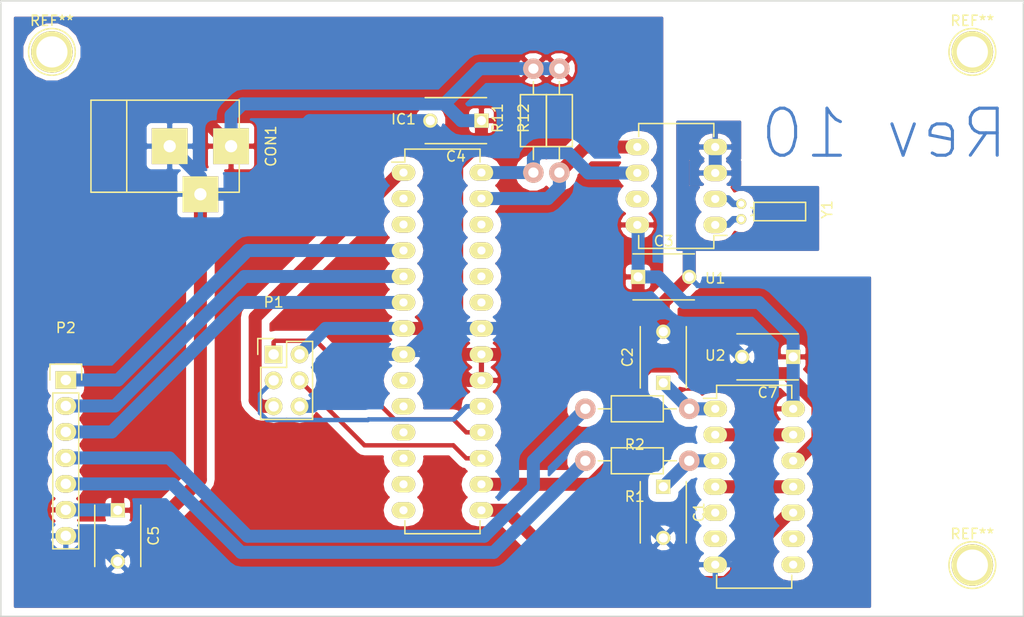
<source format=kicad_pcb>
(kicad_pcb (version 4) (host pcbnew "(2015-12-07 BZR 6352)-product")

  (general
    (links 50)
    (no_connects 0)
    (area -0.085001 -60.245501 100.065001 0.104501)
    (thickness 1.6)
    (drawings 5)
    (tracks 160)
    (zones 0)
    (modules 20)
    (nets 39)
  )

  (page A4)
  (layers
    (0 F.Cu signal)
    (31 B.Cu signal)
    (32 B.Adhes user)
    (33 F.Adhes user)
    (34 B.Paste user)
    (35 F.Paste user)
    (36 B.SilkS user)
    (37 F.SilkS user)
    (38 B.Mask user)
    (39 F.Mask user)
    (40 Dwgs.User user)
    (41 Cmts.User user)
    (42 Eco1.User user)
    (43 Eco2.User user)
    (44 Edge.Cuts user)
    (45 Margin user)
    (46 B.CrtYd user)
    (47 F.CrtYd user)
    (48 B.Fab user)
    (49 F.Fab user)
  )

  (setup
    (last_trace_width 0.4572)
    (user_trace_width 0.2032)
    (user_trace_width 0.254)
    (user_trace_width 0.3048)
    (user_trace_width 0.381)
    (user_trace_width 0.4572)
    (user_trace_width 0.508)
    (user_trace_width 0.762)
    (user_trace_width 1.27)
    (trace_clearance 0.254)
    (zone_clearance 0.762)
    (zone_45_only yes)
    (trace_min 0.2)
    (segment_width 0.2)
    (edge_width 0.15)
    (via_size 1.4)
    (via_drill 0.6)
    (via_min_size 0.4)
    (via_min_drill 0.3)
    (uvia_size 0.3)
    (uvia_drill 0.1)
    (uvias_allowed no)
    (uvia_min_size 0)
    (uvia_min_drill 0)
    (pcb_text_width 0.3)
    (pcb_text_size 1.5 1.5)
    (mod_edge_width 0.15)
    (mod_text_size 1 1)
    (mod_text_width 0.15)
    (pad_size 3.50012 3.50012)
    (pad_drill 1.2)
    (pad_to_mask_clearance 0.2)
    (aux_axis_origin 0 0)
    (grid_origin 129.54 119.38)
    (visible_elements FFFFFF7F)
    (pcbplotparams
      (layerselection 0x00000_00000001)
      (usegerberextensions false)
      (excludeedgelayer true)
      (linewidth 0.100000)
      (plotframeref false)
      (viasonmask false)
      (mode 1)
      (useauxorigin false)
      (hpglpennumber 1)
      (hpglpenspeed 20)
      (hpglpendiameter 15)
      (hpglpenoverlay 2)
      (psnegative false)
      (psa4output false)
      (plotreference true)
      (plotvalue true)
      (plotinvisibletext false)
      (padsonsilk false)
      (subtractmaskfromsilk false)
      (outputformat 1)
      (mirror false)
      (drillshape 0)
      (scaleselection 1)
      (outputdirectory ""))
  )

  (net 0 "")
  (net 1 GND)
  (net 2 Latch)
  (net 3 SER)
  (net 4 Clock)
  (net 5 +5V)
  (net 6 "Net-(C1-Pad1)")
  (net 7 "Net-(C2-Pad1)")
  (net 8 "Net-(IC1-Pad1)")
  (net 9 "Net-(IC1-Pad2)")
  (net 10 "Net-(IC1-Pad3)")
  (net 11 "Net-(IC1-Pad9)")
  (net 12 "Net-(IC1-Pad10)")
  (net 13 "Net-(IC1-Pad11)")
  (net 14 "Net-(IC1-Pad12)")
  (net 15 "Net-(IC1-Pad13)")
  (net 16 "Net-(IC1-Pad14)")
  (net 17 "Net-(IC1-Pad15)")
  (net 18 "Net-(IC1-Pad16)")
  (net 19 "Net-(IC1-Pad17)")
  (net 20 "Net-(IC1-Pad18)")
  (net 21 "Net-(IC1-Pad19)")
  (net 22 "Net-(IC1-Pad23)")
  (net 23 "Net-(IC1-Pad24)")
  (net 24 "Net-(IC1-Pad25)")
  (net 25 "Net-(IC1-Pad26)")
  (net 26 "Net-(IC1-Pad27)")
  (net 27 "Net-(IC1-Pad28)")
  (net 28 MinuteButton)
  (net 29 HourButton)
  (net 30 "Net-(U1-Pad1)")
  (net 31 "Net-(U1-Pad2)")
  (net 32 "Net-(U1-Pad7)")
  (net 33 "Net-(U2-Pad13)")
  (net 34 "Net-(U2-Pad11)")
  (net 35 "Net-(U2-Pad5)")
  (net 36 "Net-(U2-Pad6)")
  (net 37 "Net-(U2-Pad8)")
  (net 38 "Net-(U2-Pad9)")

  (net_class Default "This is the default net class."
    (clearance 0.254)
    (trace_width 0.254)
    (via_dia 1.4)
    (via_drill 0.6)
    (uvia_dia 0.3)
    (uvia_drill 0.1)
    (add_net +5V)
    (add_net Clock)
    (add_net GND)
    (add_net HourButton)
    (add_net Latch)
    (add_net MinuteButton)
    (add_net "Net-(C1-Pad1)")
    (add_net "Net-(C2-Pad1)")
    (add_net "Net-(IC1-Pad1)")
    (add_net "Net-(IC1-Pad10)")
    (add_net "Net-(IC1-Pad11)")
    (add_net "Net-(IC1-Pad12)")
    (add_net "Net-(IC1-Pad13)")
    (add_net "Net-(IC1-Pad14)")
    (add_net "Net-(IC1-Pad15)")
    (add_net "Net-(IC1-Pad16)")
    (add_net "Net-(IC1-Pad17)")
    (add_net "Net-(IC1-Pad18)")
    (add_net "Net-(IC1-Pad19)")
    (add_net "Net-(IC1-Pad2)")
    (add_net "Net-(IC1-Pad23)")
    (add_net "Net-(IC1-Pad24)")
    (add_net "Net-(IC1-Pad25)")
    (add_net "Net-(IC1-Pad26)")
    (add_net "Net-(IC1-Pad27)")
    (add_net "Net-(IC1-Pad28)")
    (add_net "Net-(IC1-Pad3)")
    (add_net "Net-(IC1-Pad9)")
    (add_net "Net-(U1-Pad1)")
    (add_net "Net-(U1-Pad2)")
    (add_net "Net-(U1-Pad7)")
    (add_net "Net-(U2-Pad11)")
    (add_net "Net-(U2-Pad13)")
    (add_net "Net-(U2-Pad5)")
    (add_net "Net-(U2-Pad6)")
    (add_net "Net-(U2-Pad8)")
    (add_net "Net-(U2-Pad9)")
    (add_net SER)
  )

  (module Connect:BARREL_JACK (layer F.Cu) (tedit 56B66912) (tstamp 5693EAF6)
    (at 16.30934 -45.9505)
    (descr "DC Barrel Jack")
    (tags "Power Jack")
    (path /5645F0EB)
    (fp_text reference CON1 (at 10.09904 0 90) (layer F.SilkS)
      (effects (font (size 1 1) (thickness 0.15)))
    )
    (fp_text value BARREL_JACK (at 0 -5.99948) (layer F.Fab)
      (effects (font (size 1 1) (thickness 0.15)))
    )
    (fp_line (start -4.0005 -4.50088) (end -4.0005 4.50088) (layer F.SilkS) (width 0.15))
    (fp_line (start -7.50062 -4.50088) (end -7.50062 4.50088) (layer F.SilkS) (width 0.15))
    (fp_line (start -7.50062 4.50088) (end 7.00024 4.50088) (layer F.SilkS) (width 0.15))
    (fp_line (start 7.00024 4.50088) (end 7.00024 -4.50088) (layer F.SilkS) (width 0.15))
    (fp_line (start 7.00024 -4.50088) (end -7.50062 -4.50088) (layer F.SilkS) (width 0.15))
    (pad 1 thru_hole rect (at 6.20014 0) (size 3.50012 3.50012) (drill 1.2) (layers *.Cu *.Mask F.SilkS)
      (net 5 +5V))
    (pad 2 thru_hole rect (at 0.20066 0) (size 3.50012 3.50012) (drill 1.2) (layers *.Cu *.Mask F.SilkS)
      (net 1 GND))
    (pad 3 thru_hole rect (at 3.2004 4.699) (size 3.50012 3.50012) (drill 1.2) (layers *.Cu *.Mask F.SilkS)
      (net 1 GND))
  )

  (module Housings_DIP:DIP-14_W7.62mm_LongPads (layer F.Cu) (tedit 54130A77) (tstamp 5693EC77)
    (at 69.85 -20.2705)
    (descr "14-lead dip package, row spacing 7.62 mm (300 mils), longer pads")
    (tags "dil dip 2.54 300")
    (path /562B8511)
    (fp_text reference U2 (at 0 -5.22) (layer F.SilkS)
      (effects (font (size 1 1) (thickness 0.15)))
    )
    (fp_text value 74HC14 (at 0 -3.72) (layer F.Fab)
      (effects (font (size 1 1) (thickness 0.15)))
    )
    (fp_line (start -1.4 -2.45) (end -1.4 17.7) (layer F.CrtYd) (width 0.05))
    (fp_line (start 9 -2.45) (end 9 17.7) (layer F.CrtYd) (width 0.05))
    (fp_line (start -1.4 -2.45) (end 9 -2.45) (layer F.CrtYd) (width 0.05))
    (fp_line (start -1.4 17.7) (end 9 17.7) (layer F.CrtYd) (width 0.05))
    (fp_line (start 0.135 -2.295) (end 0.135 -1.025) (layer F.SilkS) (width 0.15))
    (fp_line (start 7.485 -2.295) (end 7.485 -1.025) (layer F.SilkS) (width 0.15))
    (fp_line (start 7.485 17.535) (end 7.485 16.265) (layer F.SilkS) (width 0.15))
    (fp_line (start 0.135 17.535) (end 0.135 16.265) (layer F.SilkS) (width 0.15))
    (fp_line (start 0.135 -2.295) (end 7.485 -2.295) (layer F.SilkS) (width 0.15))
    (fp_line (start 0.135 17.535) (end 7.485 17.535) (layer F.SilkS) (width 0.15))
    (fp_line (start 0.135 -1.025) (end -1.15 -1.025) (layer F.SilkS) (width 0.15))
    (pad 1 thru_hole oval (at 0 0) (size 2.3 1.6) (drill 0.8) (layers *.Cu *.Mask F.SilkS)
      (net 7 "Net-(C2-Pad1)"))
    (pad 2 thru_hole oval (at 0 2.54) (size 2.3 1.6) (drill 0.8) (layers *.Cu *.Mask F.SilkS)
      (net 33 "Net-(U2-Pad13)"))
    (pad 3 thru_hole oval (at 0 5.08) (size 2.3 1.6) (drill 0.8) (layers *.Cu *.Mask F.SilkS)
      (net 6 "Net-(C1-Pad1)"))
    (pad 4 thru_hole oval (at 0 7.62) (size 2.3 1.6) (drill 0.8) (layers *.Cu *.Mask F.SilkS)
      (net 34 "Net-(U2-Pad11)"))
    (pad 5 thru_hole oval (at 0 10.16) (size 2.3 1.6) (drill 0.8) (layers *.Cu *.Mask F.SilkS)
      (net 35 "Net-(U2-Pad5)"))
    (pad 6 thru_hole oval (at 0 12.7) (size 2.3 1.6) (drill 0.8) (layers *.Cu *.Mask F.SilkS)
      (net 36 "Net-(U2-Pad6)"))
    (pad 7 thru_hole oval (at 0 15.24) (size 2.3 1.6) (drill 0.8) (layers *.Cu *.Mask F.SilkS)
      (net 1 GND))
    (pad 8 thru_hole oval (at 7.62 15.24) (size 2.3 1.6) (drill 0.8) (layers *.Cu *.Mask F.SilkS)
      (net 37 "Net-(U2-Pad8)"))
    (pad 9 thru_hole oval (at 7.62 12.7) (size 2.3 1.6) (drill 0.8) (layers *.Cu *.Mask F.SilkS)
      (net 38 "Net-(U2-Pad9)"))
    (pad 10 thru_hole oval (at 7.62 10.16) (size 2.3 1.6) (drill 0.8) (layers *.Cu *.Mask F.SilkS)
      (net 17 "Net-(IC1-Pad15)"))
    (pad 11 thru_hole oval (at 7.62 7.62) (size 2.3 1.6) (drill 0.8) (layers *.Cu *.Mask F.SilkS)
      (net 34 "Net-(U2-Pad11)"))
    (pad 12 thru_hole oval (at 7.62 5.08) (size 2.3 1.6) (drill 0.8) (layers *.Cu *.Mask F.SilkS)
      (net 18 "Net-(IC1-Pad16)"))
    (pad 13 thru_hole oval (at 7.62 2.54) (size 2.3 1.6) (drill 0.8) (layers *.Cu *.Mask F.SilkS)
      (net 33 "Net-(U2-Pad13)"))
    (pad 14 thru_hole oval (at 7.62 0) (size 2.3 1.6) (drill 0.8) (layers *.Cu *.Mask F.SilkS)
      (net 5 +5V))
    (model Housings_DIP.3dshapes/DIP-14_W7.62mm_LongPads.wrl
      (at (xyz 0 0 0))
      (scale (xyz 1 1 1))
      (rotate (xyz 0 0 0))
    )
  )

  (module Capacitors_ThroughHole:C_Disc_D6_P5 (layer F.Cu) (tedit 0) (tstamp 5693EAAE)
    (at 64.77 -12.6505 270)
    (descr "Capacitor 6mm Disc, Pitch 5mm")
    (tags Capacitor)
    (path /562C30E3)
    (fp_text reference C1 (at 2.5 -3.5 270) (layer F.SilkS)
      (effects (font (size 1 1) (thickness 0.15)))
    )
    (fp_text value .47u (at 2.5 3.5 270) (layer F.Fab)
      (effects (font (size 1 1) (thickness 0.15)))
    )
    (fp_line (start -0.95 -2.5) (end 5.95 -2.5) (layer F.CrtYd) (width 0.05))
    (fp_line (start 5.95 -2.5) (end 5.95 2.5) (layer F.CrtYd) (width 0.05))
    (fp_line (start 5.95 2.5) (end -0.95 2.5) (layer F.CrtYd) (width 0.05))
    (fp_line (start -0.95 2.5) (end -0.95 -2.5) (layer F.CrtYd) (width 0.05))
    (fp_line (start -0.5 -2.25) (end 5.5 -2.25) (layer F.SilkS) (width 0.15))
    (fp_line (start 5.5 2.25) (end -0.5 2.25) (layer F.SilkS) (width 0.15))
    (pad 1 thru_hole rect (at 0 0 270) (size 1.4 1.4) (drill 0.9) (layers *.Cu *.Mask F.SilkS)
      (net 6 "Net-(C1-Pad1)"))
    (pad 2 thru_hole circle (at 5 0 270) (size 1.4 1.4) (drill 0.9) (layers *.Cu *.Mask F.SilkS)
      (net 1 GND))
    (model Capacitors_ThroughHole.3dshapes/C_Disc_D6_P5.wrl
      (at (xyz 0.0984252 0 0))
      (scale (xyz 1 1 1))
      (rotate (xyz 0 0 0))
    )
  )

  (module Capacitors_ThroughHole:C_Disc_D6_P5 (layer F.Cu) (tedit 0) (tstamp 5693EABA)
    (at 64.77 -22.8105 90)
    (descr "Capacitor 6mm Disc, Pitch 5mm")
    (tags Capacitor)
    (path /562C315C)
    (fp_text reference C2 (at 2.5 -3.5 90) (layer F.SilkS)
      (effects (font (size 1 1) (thickness 0.15)))
    )
    (fp_text value .47u (at 2.5 3.5 90) (layer F.Fab)
      (effects (font (size 1 1) (thickness 0.15)))
    )
    (fp_line (start -0.95 -2.5) (end 5.95 -2.5) (layer F.CrtYd) (width 0.05))
    (fp_line (start 5.95 -2.5) (end 5.95 2.5) (layer F.CrtYd) (width 0.05))
    (fp_line (start 5.95 2.5) (end -0.95 2.5) (layer F.CrtYd) (width 0.05))
    (fp_line (start -0.95 2.5) (end -0.95 -2.5) (layer F.CrtYd) (width 0.05))
    (fp_line (start -0.5 -2.25) (end 5.5 -2.25) (layer F.SilkS) (width 0.15))
    (fp_line (start 5.5 2.25) (end -0.5 2.25) (layer F.SilkS) (width 0.15))
    (pad 1 thru_hole rect (at 0 0 90) (size 1.4 1.4) (drill 0.9) (layers *.Cu *.Mask F.SilkS)
      (net 7 "Net-(C2-Pad1)"))
    (pad 2 thru_hole circle (at 5 0 90) (size 1.4 1.4) (drill 0.9) (layers *.Cu *.Mask F.SilkS)
      (net 1 GND))
    (model Capacitors_ThroughHole.3dshapes/C_Disc_D6_P5.wrl
      (at (xyz 0.0984252 0 0))
      (scale (xyz 1 1 1))
      (rotate (xyz 0 0 0))
    )
  )

  (module Capacitors_ThroughHole:C_Disc_D6_P5 (layer F.Cu) (tedit 0) (tstamp 5693EAC6)
    (at 62.31 -33.1705)
    (descr "Capacitor 6mm Disc, Pitch 5mm")
    (tags Capacitor)
    (path /562C65EB)
    (fp_text reference C3 (at 2.5 -3.5) (layer F.SilkS)
      (effects (font (size 1 1) (thickness 0.15)))
    )
    (fp_text value .1u (at 2.5 3.5) (layer F.Fab)
      (effects (font (size 1 1) (thickness 0.15)))
    )
    (fp_line (start -0.95 -2.5) (end 5.95 -2.5) (layer F.CrtYd) (width 0.05))
    (fp_line (start 5.95 -2.5) (end 5.95 2.5) (layer F.CrtYd) (width 0.05))
    (fp_line (start 5.95 2.5) (end -0.95 2.5) (layer F.CrtYd) (width 0.05))
    (fp_line (start -0.95 2.5) (end -0.95 -2.5) (layer F.CrtYd) (width 0.05))
    (fp_line (start -0.5 -2.25) (end 5.5 -2.25) (layer F.SilkS) (width 0.15))
    (fp_line (start 5.5 2.25) (end -0.5 2.25) (layer F.SilkS) (width 0.15))
    (pad 1 thru_hole rect (at 0 0) (size 1.4 1.4) (drill 0.9) (layers *.Cu *.Mask F.SilkS)
      (net 5 +5V))
    (pad 2 thru_hole circle (at 5 0) (size 1.4 1.4) (drill 0.9) (layers *.Cu *.Mask F.SilkS)
      (net 1 GND))
    (model Capacitors_ThroughHole.3dshapes/C_Disc_D6_P5.wrl
      (at (xyz 0.0984252 0 0))
      (scale (xyz 1 1 1))
      (rotate (xyz 0 0 0))
    )
  )

  (module Capacitors_ThroughHole:C_Disc_D6_P5 (layer F.Cu) (tedit 0) (tstamp 5693EAD2)
    (at 46.99 -48.4505 180)
    (descr "Capacitor 6mm Disc, Pitch 5mm")
    (tags Capacitor)
    (path /562C5DF6)
    (fp_text reference C4 (at 2.5 -3.5 180) (layer F.SilkS)
      (effects (font (size 1 1) (thickness 0.15)))
    )
    (fp_text value .1u (at 2.5 3.5 180) (layer F.Fab)
      (effects (font (size 1 1) (thickness 0.15)))
    )
    (fp_line (start -0.95 -2.5) (end 5.95 -2.5) (layer F.CrtYd) (width 0.05))
    (fp_line (start 5.95 -2.5) (end 5.95 2.5) (layer F.CrtYd) (width 0.05))
    (fp_line (start 5.95 2.5) (end -0.95 2.5) (layer F.CrtYd) (width 0.05))
    (fp_line (start -0.95 2.5) (end -0.95 -2.5) (layer F.CrtYd) (width 0.05))
    (fp_line (start -0.5 -2.25) (end 5.5 -2.25) (layer F.SilkS) (width 0.15))
    (fp_line (start 5.5 2.25) (end -0.5 2.25) (layer F.SilkS) (width 0.15))
    (pad 1 thru_hole rect (at 0 0 180) (size 1.4 1.4) (drill 0.9) (layers *.Cu *.Mask F.SilkS)
      (net 5 +5V))
    (pad 2 thru_hole circle (at 5 0 180) (size 1.4 1.4) (drill 0.9) (layers *.Cu *.Mask F.SilkS)
      (net 1 GND))
    (model Capacitors_ThroughHole.3dshapes/C_Disc_D6_P5.wrl
      (at (xyz 0.0984252 0 0))
      (scale (xyz 1 1 1))
      (rotate (xyz 0 0 0))
    )
  )

  (module Capacitors_ThroughHole:C_Disc_D6_P5 (layer F.Cu) (tedit 0) (tstamp 5693EADE)
    (at 11.43 -10.3505 270)
    (descr "Capacitor 6mm Disc, Pitch 5mm")
    (tags Capacitor)
    (path /5645FD2C)
    (fp_text reference C5 (at 2.5 -3.5 270) (layer F.SilkS)
      (effects (font (size 1 1) (thickness 0.15)))
    )
    (fp_text value u1 (at 2.5 3.5 270) (layer F.Fab)
      (effects (font (size 1 1) (thickness 0.15)))
    )
    (fp_line (start -0.95 -2.5) (end 5.95 -2.5) (layer F.CrtYd) (width 0.05))
    (fp_line (start 5.95 -2.5) (end 5.95 2.5) (layer F.CrtYd) (width 0.05))
    (fp_line (start 5.95 2.5) (end -0.95 2.5) (layer F.CrtYd) (width 0.05))
    (fp_line (start -0.95 2.5) (end -0.95 -2.5) (layer F.CrtYd) (width 0.05))
    (fp_line (start -0.5 -2.25) (end 5.5 -2.25) (layer F.SilkS) (width 0.15))
    (fp_line (start 5.5 2.25) (end -0.5 2.25) (layer F.SilkS) (width 0.15))
    (pad 1 thru_hole rect (at 0 0 270) (size 1.4 1.4) (drill 0.9) (layers *.Cu *.Mask F.SilkS)
      (net 5 +5V))
    (pad 2 thru_hole circle (at 5 0 270) (size 1.4 1.4) (drill 0.9) (layers *.Cu *.Mask F.SilkS)
      (net 1 GND))
    (model Capacitors_ThroughHole.3dshapes/C_Disc_D6_P5.wrl
      (at (xyz 0.0984252 0 0))
      (scale (xyz 1 1 1))
      (rotate (xyz 0 0 0))
    )
  )

  (module Capacitors_ThroughHole:C_Disc_D6_P5 (layer F.Cu) (tedit 0) (tstamp 5693EAEA)
    (at 77.47 -25.3505 180)
    (descr "Capacitor 6mm Disc, Pitch 5mm")
    (tags Capacitor)
    (path /562C6912)
    (fp_text reference C7 (at 2.5 -3.5 180) (layer F.SilkS)
      (effects (font (size 1 1) (thickness 0.15)))
    )
    (fp_text value .1u (at 2.5 3.5 180) (layer F.Fab)
      (effects (font (size 1 1) (thickness 0.15)))
    )
    (fp_line (start -0.95 -2.5) (end 5.95 -2.5) (layer F.CrtYd) (width 0.05))
    (fp_line (start 5.95 -2.5) (end 5.95 2.5) (layer F.CrtYd) (width 0.05))
    (fp_line (start 5.95 2.5) (end -0.95 2.5) (layer F.CrtYd) (width 0.05))
    (fp_line (start -0.95 2.5) (end -0.95 -2.5) (layer F.CrtYd) (width 0.05))
    (fp_line (start -0.5 -2.25) (end 5.5 -2.25) (layer F.SilkS) (width 0.15))
    (fp_line (start 5.5 2.25) (end -0.5 2.25) (layer F.SilkS) (width 0.15))
    (pad 1 thru_hole rect (at 0 0 180) (size 1.4 1.4) (drill 0.9) (layers *.Cu *.Mask F.SilkS)
      (net 5 +5V))
    (pad 2 thru_hole circle (at 5 0 180) (size 1.4 1.4) (drill 0.9) (layers *.Cu *.Mask F.SilkS)
      (net 1 GND))
    (model Capacitors_ThroughHole.3dshapes/C_Disc_D6_P5.wrl
      (at (xyz 0.0984252 0 0))
      (scale (xyz 1 1 1))
      (rotate (xyz 0 0 0))
    )
  )

  (module Housings_DIP:DIP-28_W7.62mm_LongPads (layer F.Cu) (tedit 54130A77) (tstamp 5693EB39)
    (at 39.37 -43.3705)
    (descr "28-lead dip package, row spacing 7.62 mm (300 mils), longer pads")
    (tags "dil dip 2.54 300")
    (path /562B8421)
    (fp_text reference IC1 (at 0 -5.22) (layer F.SilkS)
      (effects (font (size 1 1) (thickness 0.15)))
    )
    (fp_text value ATMEGA328P-P (at 0 -3.72) (layer F.Fab)
      (effects (font (size 1 1) (thickness 0.15)))
    )
    (fp_line (start -1.4 -2.45) (end -1.4 35.5) (layer F.CrtYd) (width 0.05))
    (fp_line (start 9 -2.45) (end 9 35.5) (layer F.CrtYd) (width 0.05))
    (fp_line (start -1.4 -2.45) (end 9 -2.45) (layer F.CrtYd) (width 0.05))
    (fp_line (start -1.4 35.5) (end 9 35.5) (layer F.CrtYd) (width 0.05))
    (fp_line (start 0.135 -2.295) (end 0.135 -1.025) (layer F.SilkS) (width 0.15))
    (fp_line (start 7.485 -2.295) (end 7.485 -1.025) (layer F.SilkS) (width 0.15))
    (fp_line (start 7.485 35.315) (end 7.485 34.045) (layer F.SilkS) (width 0.15))
    (fp_line (start 0.135 35.315) (end 0.135 34.045) (layer F.SilkS) (width 0.15))
    (fp_line (start 0.135 -2.295) (end 7.485 -2.295) (layer F.SilkS) (width 0.15))
    (fp_line (start 0.135 35.315) (end 7.485 35.315) (layer F.SilkS) (width 0.15))
    (fp_line (start 0.135 -1.025) (end -1.15 -1.025) (layer F.SilkS) (width 0.15))
    (pad 1 thru_hole oval (at 0 0) (size 2.3 1.6) (drill 0.8) (layers *.Cu *.Mask F.SilkS)
      (net 8 "Net-(IC1-Pad1)"))
    (pad 2 thru_hole oval (at 0 2.54) (size 2.3 1.6) (drill 0.8) (layers *.Cu *.Mask F.SilkS)
      (net 9 "Net-(IC1-Pad2)"))
    (pad 3 thru_hole oval (at 0 5.08) (size 2.3 1.6) (drill 0.8) (layers *.Cu *.Mask F.SilkS)
      (net 10 "Net-(IC1-Pad3)"))
    (pad 4 thru_hole oval (at 0 7.62) (size 2.3 1.6) (drill 0.8) (layers *.Cu *.Mask F.SilkS)
      (net 4 Clock))
    (pad 5 thru_hole oval (at 0 10.16) (size 2.3 1.6) (drill 0.8) (layers *.Cu *.Mask F.SilkS)
      (net 2 Latch))
    (pad 6 thru_hole oval (at 0 12.7) (size 2.3 1.6) (drill 0.8) (layers *.Cu *.Mask F.SilkS)
      (net 3 SER))
    (pad 7 thru_hole oval (at 0 15.24) (size 2.3 1.6) (drill 0.8) (layers *.Cu *.Mask F.SilkS)
      (net 5 +5V))
    (pad 8 thru_hole oval (at 0 17.78) (size 2.3 1.6) (drill 0.8) (layers *.Cu *.Mask F.SilkS)
      (net 1 GND))
    (pad 9 thru_hole oval (at 0 20.32) (size 2.3 1.6) (drill 0.8) (layers *.Cu *.Mask F.SilkS)
      (net 11 "Net-(IC1-Pad9)"))
    (pad 10 thru_hole oval (at 0 22.86) (size 2.3 1.6) (drill 0.8) (layers *.Cu *.Mask F.SilkS)
      (net 12 "Net-(IC1-Pad10)"))
    (pad 11 thru_hole oval (at 0 25.4) (size 2.3 1.6) (drill 0.8) (layers *.Cu *.Mask F.SilkS)
      (net 13 "Net-(IC1-Pad11)"))
    (pad 12 thru_hole oval (at 0 27.94) (size 2.3 1.6) (drill 0.8) (layers *.Cu *.Mask F.SilkS)
      (net 14 "Net-(IC1-Pad12)"))
    (pad 13 thru_hole oval (at 0 30.48) (size 2.3 1.6) (drill 0.8) (layers *.Cu *.Mask F.SilkS)
      (net 15 "Net-(IC1-Pad13)"))
    (pad 14 thru_hole oval (at 0 33.02) (size 2.3 1.6) (drill 0.8) (layers *.Cu *.Mask F.SilkS)
      (net 16 "Net-(IC1-Pad14)"))
    (pad 15 thru_hole oval (at 7.62 33.02) (size 2.3 1.6) (drill 0.8) (layers *.Cu *.Mask F.SilkS)
      (net 17 "Net-(IC1-Pad15)"))
    (pad 16 thru_hole oval (at 7.62 30.48) (size 2.3 1.6) (drill 0.8) (layers *.Cu *.Mask F.SilkS)
      (net 18 "Net-(IC1-Pad16)"))
    (pad 17 thru_hole oval (at 7.62 27.94) (size 2.3 1.6) (drill 0.8) (layers *.Cu *.Mask F.SilkS)
      (net 19 "Net-(IC1-Pad17)"))
    (pad 18 thru_hole oval (at 7.62 25.4) (size 2.3 1.6) (drill 0.8) (layers *.Cu *.Mask F.SilkS)
      (net 20 "Net-(IC1-Pad18)"))
    (pad 19 thru_hole oval (at 7.62 22.86) (size 2.3 1.6) (drill 0.8) (layers *.Cu *.Mask F.SilkS)
      (net 21 "Net-(IC1-Pad19)"))
    (pad 20 thru_hole oval (at 7.62 20.32) (size 2.3 1.6) (drill 0.8) (layers *.Cu *.Mask F.SilkS)
      (net 5 +5V))
    (pad 21 thru_hole oval (at 7.62 17.78) (size 2.3 1.6) (drill 0.8) (layers *.Cu *.Mask F.SilkS)
      (net 5 +5V))
    (pad 22 thru_hole oval (at 7.62 15.24) (size 2.3 1.6) (drill 0.8) (layers *.Cu *.Mask F.SilkS)
      (net 1 GND))
    (pad 23 thru_hole oval (at 7.62 12.7) (size 2.3 1.6) (drill 0.8) (layers *.Cu *.Mask F.SilkS)
      (net 22 "Net-(IC1-Pad23)"))
    (pad 24 thru_hole oval (at 7.62 10.16) (size 2.3 1.6) (drill 0.8) (layers *.Cu *.Mask F.SilkS)
      (net 23 "Net-(IC1-Pad24)"))
    (pad 25 thru_hole oval (at 7.62 7.62) (size 2.3 1.6) (drill 0.8) (layers *.Cu *.Mask F.SilkS)
      (net 24 "Net-(IC1-Pad25)"))
    (pad 26 thru_hole oval (at 7.62 5.08) (size 2.3 1.6) (drill 0.8) (layers *.Cu *.Mask F.SilkS)
      (net 25 "Net-(IC1-Pad26)"))
    (pad 27 thru_hole oval (at 7.62 2.54) (size 2.3 1.6) (drill 0.8) (layers *.Cu *.Mask F.SilkS)
      (net 26 "Net-(IC1-Pad27)"))
    (pad 28 thru_hole oval (at 7.62 0) (size 2.3 1.6) (drill 0.8) (layers *.Cu *.Mask F.SilkS)
      (net 27 "Net-(IC1-Pad28)"))
    (model Housings_DIP.3dshapes/DIP-28_W7.62mm_LongPads.wrl
      (at (xyz 0 0 0))
      (scale (xyz 1 1 1))
      (rotate (xyz 0 0 0))
    )
  )

  (module Pin_Headers:Pin_Header_Straight_2x03 (layer F.Cu) (tedit 54EA0A4B) (tstamp 5693EB50)
    (at 26.67 -25.5905)
    (descr "Through hole pin header")
    (tags "pin header")
    (path /562B91BA)
    (fp_text reference P1 (at 0 -5.1) (layer F.SilkS)
      (effects (font (size 1 1) (thickness 0.15)))
    )
    (fp_text value CONN_02X03 (at 0 -3.1) (layer F.Fab)
      (effects (font (size 1 1) (thickness 0.15)))
    )
    (fp_line (start -1.27 1.27) (end -1.27 6.35) (layer F.SilkS) (width 0.15))
    (fp_line (start -1.55 -1.55) (end 0 -1.55) (layer F.SilkS) (width 0.15))
    (fp_line (start -1.75 -1.75) (end -1.75 6.85) (layer F.CrtYd) (width 0.05))
    (fp_line (start 4.3 -1.75) (end 4.3 6.85) (layer F.CrtYd) (width 0.05))
    (fp_line (start -1.75 -1.75) (end 4.3 -1.75) (layer F.CrtYd) (width 0.05))
    (fp_line (start -1.75 6.85) (end 4.3 6.85) (layer F.CrtYd) (width 0.05))
    (fp_line (start 1.27 -1.27) (end 1.27 1.27) (layer F.SilkS) (width 0.15))
    (fp_line (start 1.27 1.27) (end -1.27 1.27) (layer F.SilkS) (width 0.15))
    (fp_line (start -1.27 6.35) (end 3.81 6.35) (layer F.SilkS) (width 0.15))
    (fp_line (start 3.81 6.35) (end 3.81 1.27) (layer F.SilkS) (width 0.15))
    (fp_line (start -1.55 -1.55) (end -1.55 0) (layer F.SilkS) (width 0.15))
    (fp_line (start 3.81 -1.27) (end 1.27 -1.27) (layer F.SilkS) (width 0.15))
    (fp_line (start 3.81 1.27) (end 3.81 -1.27) (layer F.SilkS) (width 0.15))
    (pad 1 thru_hole rect (at 0 0) (size 1.7272 1.7272) (drill 1.016) (layers *.Cu *.Mask F.SilkS)
      (net 20 "Net-(IC1-Pad18)"))
    (pad 2 thru_hole oval (at 2.54 0) (size 1.7272 1.7272) (drill 1.016) (layers *.Cu *.Mask F.SilkS)
      (net 5 +5V))
    (pad 3 thru_hole oval (at 0 2.54) (size 1.7272 1.7272) (drill 1.016) (layers *.Cu *.Mask F.SilkS)
      (net 21 "Net-(IC1-Pad19)"))
    (pad 4 thru_hole oval (at 2.54 2.54) (size 1.7272 1.7272) (drill 1.016) (layers *.Cu *.Mask F.SilkS)
      (net 19 "Net-(IC1-Pad17)"))
    (pad 5 thru_hole oval (at 0 5.08) (size 1.7272 1.7272) (drill 1.016) (layers *.Cu *.Mask F.SilkS)
      (net 8 "Net-(IC1-Pad1)"))
    (pad 6 thru_hole oval (at 2.54 5.08) (size 1.7272 1.7272) (drill 1.016) (layers *.Cu *.Mask F.SilkS)
      (net 1 GND))
    (model Pin_Headers.3dshapes/Pin_Header_Straight_2x03.wrl
      (at (xyz 0.05 -0.1 0))
      (scale (xyz 1 1 1))
      (rotate (xyz 0 0 90))
    )
  )

  (module Resistors_ThroughHole:Resistor_Horizontal_RM10mm (layer F.Cu) (tedit 53F56209) (tstamp 5693EBC7)
    (at 62.23 -15.1905 180)
    (descr "Resistor, Axial,  RM 10mm, 1/3W,")
    (tags "Resistor, Axial, RM 10mm, 1/3W,")
    (path /562C2F69)
    (fp_text reference R1 (at 0.24892 -3.50012 180) (layer F.SilkS)
      (effects (font (size 1 1) (thickness 0.15)))
    )
    (fp_text value 1k2 (at 3.81 3.81 180) (layer F.Fab)
      (effects (font (size 1 1) (thickness 0.15)))
    )
    (fp_line (start -2.54 -1.27) (end 2.54 -1.27) (layer F.SilkS) (width 0.15))
    (fp_line (start 2.54 -1.27) (end 2.54 1.27) (layer F.SilkS) (width 0.15))
    (fp_line (start 2.54 1.27) (end -2.54 1.27) (layer F.SilkS) (width 0.15))
    (fp_line (start -2.54 1.27) (end -2.54 -1.27) (layer F.SilkS) (width 0.15))
    (fp_line (start -2.54 0) (end -3.81 0) (layer F.SilkS) (width 0.15))
    (fp_line (start 2.54 0) (end 3.81 0) (layer F.SilkS) (width 0.15))
    (pad 1 thru_hole circle (at -5.08 0 180) (size 1.99898 1.99898) (drill 1.00076) (layers *.Cu *.SilkS *.Mask)
      (net 6 "Net-(C1-Pad1)"))
    (pad 2 thru_hole circle (at 5.08 0 180) (size 1.99898 1.99898) (drill 1.00076) (layers *.Cu *.SilkS *.Mask)
      (net 28 MinuteButton))
    (model Resistors_ThroughHole.3dshapes/Resistor_Horizontal_RM10mm.wrl
      (at (xyz 0 0 0))
      (scale (xyz 0.4 0.4 0.4))
      (rotate (xyz 0 0 0))
    )
  )

  (module Resistors_ThroughHole:Resistor_Horizontal_RM10mm (layer F.Cu) (tedit 53F56209) (tstamp 5693EBD3)
    (at 62.23 -20.2705 180)
    (descr "Resistor, Axial,  RM 10mm, 1/3W,")
    (tags "Resistor, Axial, RM 10mm, 1/3W,")
    (path /562C2FEC)
    (fp_text reference R2 (at 0.24892 -3.50012 180) (layer F.SilkS)
      (effects (font (size 1 1) (thickness 0.15)))
    )
    (fp_text value 1k2 (at 3.81 3.81 180) (layer F.Fab)
      (effects (font (size 1 1) (thickness 0.15)))
    )
    (fp_line (start -2.54 -1.27) (end 2.54 -1.27) (layer F.SilkS) (width 0.15))
    (fp_line (start 2.54 -1.27) (end 2.54 1.27) (layer F.SilkS) (width 0.15))
    (fp_line (start 2.54 1.27) (end -2.54 1.27) (layer F.SilkS) (width 0.15))
    (fp_line (start -2.54 1.27) (end -2.54 -1.27) (layer F.SilkS) (width 0.15))
    (fp_line (start -2.54 0) (end -3.81 0) (layer F.SilkS) (width 0.15))
    (fp_line (start 2.54 0) (end 3.81 0) (layer F.SilkS) (width 0.15))
    (pad 1 thru_hole circle (at -5.08 0 180) (size 1.99898 1.99898) (drill 1.00076) (layers *.Cu *.SilkS *.Mask)
      (net 7 "Net-(C2-Pad1)"))
    (pad 2 thru_hole circle (at 5.08 0 180) (size 1.99898 1.99898) (drill 1.00076) (layers *.Cu *.SilkS *.Mask)
      (net 29 HourButton))
    (model Resistors_ThroughHole.3dshapes/Resistor_Horizontal_RM10mm.wrl
      (at (xyz 0 0 0))
      (scale (xyz 0.4 0.4 0.4))
      (rotate (xyz 0 0 0))
    )
  )

  (module Housings_DIP:DIP-8_W7.62mm_LongPads (layer F.Cu) (tedit 54130A77) (tstamp 5693EC5A)
    (at 69.85 -38.2505 180)
    (descr "8-lead dip package, row spacing 7.62 mm (300 mils), longer pads")
    (tags "dil dip 2.54 300")
    (path /562B849A)
    (fp_text reference U1 (at 0 -5.22 180) (layer F.SilkS)
      (effects (font (size 1 1) (thickness 0.15)))
    )
    (fp_text value DS1307 (at 0 -3.72 180) (layer F.Fab)
      (effects (font (size 1 1) (thickness 0.15)))
    )
    (fp_line (start -1.4 -2.45) (end -1.4 10.1) (layer F.CrtYd) (width 0.05))
    (fp_line (start 9 -2.45) (end 9 10.1) (layer F.CrtYd) (width 0.05))
    (fp_line (start -1.4 -2.45) (end 9 -2.45) (layer F.CrtYd) (width 0.05))
    (fp_line (start -1.4 10.1) (end 9 10.1) (layer F.CrtYd) (width 0.05))
    (fp_line (start 0.135 -2.295) (end 0.135 -1.025) (layer F.SilkS) (width 0.15))
    (fp_line (start 7.485 -2.295) (end 7.485 -1.025) (layer F.SilkS) (width 0.15))
    (fp_line (start 7.485 9.915) (end 7.485 8.645) (layer F.SilkS) (width 0.15))
    (fp_line (start 0.135 9.915) (end 0.135 8.645) (layer F.SilkS) (width 0.15))
    (fp_line (start 0.135 -2.295) (end 7.485 -2.295) (layer F.SilkS) (width 0.15))
    (fp_line (start 0.135 9.915) (end 7.485 9.915) (layer F.SilkS) (width 0.15))
    (fp_line (start 0.135 -1.025) (end -1.15 -1.025) (layer F.SilkS) (width 0.15))
    (pad 1 thru_hole oval (at 0 0 180) (size 2.3 1.6) (drill 0.8) (layers *.Cu *.Mask F.SilkS)
      (net 30 "Net-(U1-Pad1)"))
    (pad 2 thru_hole oval (at 0 2.54 180) (size 2.3 1.6) (drill 0.8) (layers *.Cu *.Mask F.SilkS)
      (net 31 "Net-(U1-Pad2)"))
    (pad 3 thru_hole oval (at 0 5.08 180) (size 2.3 1.6) (drill 0.8) (layers *.Cu *.Mask F.SilkS)
      (net 1 GND))
    (pad 4 thru_hole oval (at 0 7.62 180) (size 2.3 1.6) (drill 0.8) (layers *.Cu *.Mask F.SilkS)
      (net 1 GND))
    (pad 5 thru_hole oval (at 7.62 7.62 180) (size 2.3 1.6) (drill 0.8) (layers *.Cu *.Mask F.SilkS)
      (net 26 "Net-(IC1-Pad27)"))
    (pad 6 thru_hole oval (at 7.62 5.08 180) (size 2.3 1.6) (drill 0.8) (layers *.Cu *.Mask F.SilkS)
      (net 27 "Net-(IC1-Pad28)"))
    (pad 7 thru_hole oval (at 7.62 2.54 180) (size 2.3 1.6) (drill 0.8) (layers *.Cu *.Mask F.SilkS)
      (net 32 "Net-(U1-Pad7)"))
    (pad 8 thru_hole oval (at 7.62 0 180) (size 2.3 1.6) (drill 0.8) (layers *.Cu *.Mask F.SilkS)
      (net 5 +5V))
    (model Housings_DIP.3dshapes/DIP-8_W7.62mm_LongPads.wrl
      (at (xyz 0 0 0))
      (scale (xyz 1 1 1))
      (rotate (xyz 0 0 0))
    )
  )

  (module Crystals:Crystal_Round_Horizontal_2mm (layer F.Cu) (tedit 0) (tstamp 5693ED5F)
    (at 72.39 -39.5605 270)
    (descr "Crystal, Quarz, Rundgehaeuse, round, horizontal, liegend, Uhrenquarz, Diam. 2mm,")
    (tags "Crystal, Quarz, Rundgehaeuse, round, horizontal, liegend, Uhrenquarz, Diam. 2mm,")
    (path /562BE805)
    (fp_text reference Y1 (at -0.20066 -8.39978 270) (layer F.SilkS)
      (effects (font (size 1 1) (thickness 0.15)))
    )
    (fp_text value Crystal (at 0 3.81 270) (layer F.Fab)
      (effects (font (size 1 1) (thickness 0.15)))
    )
    (fp_line (start -0.29972 -1.24968) (end -0.39878 -0.94996) (layer F.SilkS) (width 0.15))
    (fp_line (start 0.29972 -1.24968) (end 0.39878 -0.94996) (layer F.SilkS) (width 0.15))
    (fp_line (start 0.89916 -1.24968) (end 0.89916 -6.2992) (layer F.SilkS) (width 0.15))
    (fp_line (start 0.89916 -6.2992) (end -0.89916 -6.2992) (layer F.SilkS) (width 0.15))
    (fp_line (start -0.89916 -6.2992) (end -0.89916 -1.24968) (layer F.SilkS) (width 0.15))
    (fp_line (start 0.89916 -1.24968) (end -0.89916 -1.24968) (layer F.SilkS) (width 0.15))
    (pad 1 thru_hole circle (at -0.7493 0 270) (size 1.00076 1.00076) (drill 0.59944) (layers *.Cu *.Mask F.SilkS)
      (net 31 "Net-(U1-Pad2)"))
    (pad 2 thru_hole circle (at 0.7493 0 270) (size 1.00076 1.00076) (drill 0.59944) (layers *.Cu *.Mask F.SilkS)
      (net 30 "Net-(U1-Pad1)"))
  )

  (module Connect:1pin (layer F.Cu) (tedit 0) (tstamp 56995D06)
    (at 94.99 -55.1705)
    (descr "module 1 pin (ou trou mecanique de percage)")
    (tags DEV)
    (fp_text reference REF** (at 0 -3.048) (layer F.SilkS)
      (effects (font (size 1 1) (thickness 0.15)))
    )
    (fp_text value 1pin (at 0 2.794) (layer F.Fab)
      (effects (font (size 1 1) (thickness 0.15)))
    )
    (fp_circle (center 0 0) (end 0 -2.286) (layer F.SilkS) (width 0.15))
    (pad 1 thru_hole circle (at 0 0) (size 4.064 4.064) (drill 3.048) (layers *.Cu *.Mask F.SilkS))
  )

  (module Connect:1pin (layer F.Cu) (tedit 0) (tstamp 56995D0C)
    (at 4.99 -55.1705)
    (descr "module 1 pin (ou trou mecanique de percage)")
    (tags DEV)
    (fp_text reference REF** (at 0 -3.048) (layer F.SilkS)
      (effects (font (size 1 1) (thickness 0.15)))
    )
    (fp_text value 1pin (at 0 2.794) (layer F.Fab)
      (effects (font (size 1 1) (thickness 0.15)))
    )
    (fp_circle (center 0 0) (end 0 -2.286) (layer F.SilkS) (width 0.15))
    (pad 1 thru_hole circle (at 0 0) (size 4.064 4.064) (drill 3.048) (layers *.Cu *.Mask F.SilkS))
  )

  (module Connect:1pin (layer F.Cu) (tedit 0) (tstamp 56995D12)
    (at 94.99 -4.9905)
    (descr "module 1 pin (ou trou mecanique de percage)")
    (tags DEV)
    (fp_text reference REF** (at 0 -3.048) (layer F.SilkS)
      (effects (font (size 1 1) (thickness 0.15)))
    )
    (fp_text value 1pin (at 0 2.794) (layer F.Fab)
      (effects (font (size 1 1) (thickness 0.15)))
    )
    (fp_circle (center 0 0) (end 0 -2.286) (layer F.SilkS) (width 0.15))
    (pad 1 thru_hole circle (at 0 0) (size 4.064 4.064) (drill 3.048) (layers *.Cu *.Mask F.SilkS))
  )

  (module Resistors_ThroughHole:Resistor_Horizontal_RM10mm (layer F.Cu) (tedit 53F56209) (tstamp 56996108)
    (at 52.07 -48.4505 90)
    (descr "Resistor, Axial,  RM 10mm, 1/3W,")
    (tags "Resistor, Axial, RM 10mm, 1/3W,")
    (path /5694592F)
    (fp_text reference R11 (at 0.24892 -3.50012 90) (layer F.SilkS)
      (effects (font (size 1 1) (thickness 0.15)))
    )
    (fp_text value 1k2 (at 3.81 3.81 90) (layer F.Fab)
      (effects (font (size 1 1) (thickness 0.15)))
    )
    (fp_line (start -2.54 -1.27) (end 2.54 -1.27) (layer F.SilkS) (width 0.15))
    (fp_line (start 2.54 -1.27) (end 2.54 1.27) (layer F.SilkS) (width 0.15))
    (fp_line (start 2.54 1.27) (end -2.54 1.27) (layer F.SilkS) (width 0.15))
    (fp_line (start -2.54 1.27) (end -2.54 -1.27) (layer F.SilkS) (width 0.15))
    (fp_line (start -2.54 0) (end -3.81 0) (layer F.SilkS) (width 0.15))
    (fp_line (start 2.54 0) (end 3.81 0) (layer F.SilkS) (width 0.15))
    (pad 1 thru_hole circle (at -5.08 0 90) (size 1.99898 1.99898) (drill 1.00076) (layers *.Cu *.SilkS *.Mask)
      (net 27 "Net-(IC1-Pad28)"))
    (pad 2 thru_hole circle (at 5.08 0 90) (size 1.99898 1.99898) (drill 1.00076) (layers *.Cu *.SilkS *.Mask)
      (net 5 +5V))
    (model Resistors_ThroughHole.3dshapes/Resistor_Horizontal_RM10mm.wrl
      (at (xyz 0 0 0))
      (scale (xyz 0.4 0.4 0.4))
      (rotate (xyz 0 0 0))
    )
  )

  (module Resistors_ThroughHole:Resistor_Horizontal_RM10mm (layer F.Cu) (tedit 53F56209) (tstamp 56996114)
    (at 54.61 -48.4505 90)
    (descr "Resistor, Axial,  RM 10mm, 1/3W,")
    (tags "Resistor, Axial, RM 10mm, 1/3W,")
    (path /56945A66)
    (fp_text reference R12 (at 0.24892 -3.50012 90) (layer F.SilkS)
      (effects (font (size 1 1) (thickness 0.15)))
    )
    (fp_text value 1k2 (at 3.81 3.81 90) (layer F.Fab)
      (effects (font (size 1 1) (thickness 0.15)))
    )
    (fp_line (start -2.54 -1.27) (end 2.54 -1.27) (layer F.SilkS) (width 0.15))
    (fp_line (start 2.54 -1.27) (end 2.54 1.27) (layer F.SilkS) (width 0.15))
    (fp_line (start 2.54 1.27) (end -2.54 1.27) (layer F.SilkS) (width 0.15))
    (fp_line (start -2.54 1.27) (end -2.54 -1.27) (layer F.SilkS) (width 0.15))
    (fp_line (start -2.54 0) (end -3.81 0) (layer F.SilkS) (width 0.15))
    (fp_line (start 2.54 0) (end 3.81 0) (layer F.SilkS) (width 0.15))
    (pad 1 thru_hole circle (at -5.08 0 90) (size 1.99898 1.99898) (drill 1.00076) (layers *.Cu *.SilkS *.Mask)
      (net 26 "Net-(IC1-Pad27)"))
    (pad 2 thru_hole circle (at 5.08 0 90) (size 1.99898 1.99898) (drill 1.00076) (layers *.Cu *.SilkS *.Mask)
      (net 5 +5V))
    (model Resistors_ThroughHole.3dshapes/Resistor_Horizontal_RM10mm.wrl
      (at (xyz 0 0 0))
      (scale (xyz 0.4 0.4 0.4))
      (rotate (xyz 0 0 0))
    )
  )

  (module Pin_Headers:Pin_Header_Straight_1x07 (layer F.Cu) (tedit 0) (tstamp 569A80AB)
    (at 6.35 -23.0905)
    (descr "Through hole pin header")
    (tags "pin header")
    (path /562B88FD)
    (fp_text reference P2 (at 0 -5.1) (layer F.SilkS)
      (effects (font (size 1 1) (thickness 0.15)))
    )
    (fp_text value CONN_01X07 (at 0 -3.1) (layer F.Fab)
      (effects (font (size 1 1) (thickness 0.15)))
    )
    (fp_line (start -1.75 -1.75) (end -1.75 17) (layer F.CrtYd) (width 0.05))
    (fp_line (start 1.75 -1.75) (end 1.75 17) (layer F.CrtYd) (width 0.05))
    (fp_line (start -1.75 -1.75) (end 1.75 -1.75) (layer F.CrtYd) (width 0.05))
    (fp_line (start -1.75 17) (end 1.75 17) (layer F.CrtYd) (width 0.05))
    (fp_line (start 1.27 1.27) (end 1.27 16.51) (layer F.SilkS) (width 0.15))
    (fp_line (start 1.27 16.51) (end -1.27 16.51) (layer F.SilkS) (width 0.15))
    (fp_line (start -1.27 16.51) (end -1.27 1.27) (layer F.SilkS) (width 0.15))
    (fp_line (start 1.55 -1.55) (end 1.55 0) (layer F.SilkS) (width 0.15))
    (fp_line (start 1.27 1.27) (end -1.27 1.27) (layer F.SilkS) (width 0.15))
    (fp_line (start -1.55 0) (end -1.55 -1.55) (layer F.SilkS) (width 0.15))
    (fp_line (start -1.55 -1.55) (end 1.55 -1.55) (layer F.SilkS) (width 0.15))
    (pad 1 thru_hole rect (at 0 0) (size 2.032 1.7272) (drill 1.016) (layers *.Cu *.Mask F.SilkS)
      (net 4 Clock))
    (pad 2 thru_hole oval (at 0 2.54) (size 2.032 1.7272) (drill 1.016) (layers *.Cu *.Mask F.SilkS)
      (net 2 Latch))
    (pad 3 thru_hole oval (at 0 5.08) (size 2.032 1.7272) (drill 1.016) (layers *.Cu *.Mask F.SilkS)
      (net 3 SER))
    (pad 4 thru_hole oval (at 0 7.62) (size 2.032 1.7272) (drill 1.016) (layers *.Cu *.Mask F.SilkS)
      (net 29 HourButton))
    (pad 5 thru_hole oval (at 0 10.16) (size 2.032 1.7272) (drill 1.016) (layers *.Cu *.Mask F.SilkS)
      (net 28 MinuteButton))
    (pad 6 thru_hole oval (at 0 12.7) (size 2.032 1.7272) (drill 1.016) (layers *.Cu *.Mask F.SilkS)
      (net 5 +5V))
    (pad 7 thru_hole oval (at 0 15.24) (size 2.032 1.7272) (drill 1.016) (layers *.Cu *.Mask F.SilkS)
      (net 1 GND))
    (model Pin_Headers.3dshapes/Pin_Header_Straight_1x07.wrl
      (at (xyz 0 -0.3 0))
      (scale (xyz 1 1 1))
      (rotate (xyz 0 0 90))
    )
  )

  (gr_text "Rev 10" (at 86.36 -47.1805) (layer B.Cu)
    (effects (font (size 4.59994 4.59994) (thickness 0.3)) (justify mirror))
  )
  (gr_line (start -0.01 0.0295) (end -0.01 -59.9705) (layer Edge.Cuts) (width 0.15))
  (gr_line (start 99.99 -59.9705) (end 99.99 0.0295) (layer Edge.Cuts) (width 0.15))
  (gr_line (start 99.99 0.0295) (end -0.01 0.0295) (layer Edge.Cuts) (width 0.15))
  (gr_line (start -0.01 -60.1705) (end 99.99 -60.1705) (layer Edge.Cuts) (width 0.15))

  (segment (start 69.85 -43.3305) (end 69.85 -45.8705) (width 1.27) (layer B.Cu) (net 1))
  (segment (start 67.31 -33.1705) (end 67.31 -35.7505) (width 1.27) (layer B.Cu) (net 1))
  (segment (start 29.21 -20.5105) (end 30.431314 -20.5105) (width 1.27) (layer B.Cu) (net 1) (status 10))
  (segment (start 35.511314 -25.5905) (end 39.37 -25.5905) (width 1.27) (layer B.Cu) (net 1) (status 20))
  (segment (start 30.431314 -20.5105) (end 35.511314 -25.5905) (width 1.27) (layer B.Cu) (net 1))
  (segment (start 64.77 -27.8105) (end 64.77 -30.6305) (width 1.27) (layer F.Cu) (net 1) (status 10))
  (segment (start 64.77 -30.6305) (end 67.31 -33.1705) (width 1.27) (layer F.Cu) (net 1) (status 20))
  (segment (start 13.97 -7.8105) (end 13.93 -7.8505) (width 1.27) (layer F.Cu) (net 1))
  (segment (start 13.93 -7.8505) (end 6.35 -7.8505) (width 1.27) (layer F.Cu) (net 1) (status 20))
  (segment (start 19.50974 -13.35024) (end 13.97 -7.8105) (width 1.27) (layer F.Cu) (net 1))
  (segment (start 19.50974 -41.2515) (end 19.50974 -13.35024) (width 1.27) (layer F.Cu) (net 1) (status 10))
  (segment (start 62.23 -10.1905) (end 62.23 -28.1305) (width 1.27) (layer B.Cu) (net 1))
  (segment (start 64.77 -27.8105) (end 62.55 -27.8105) (width 1.27) (layer B.Cu) (net 1) (status 10))
  (segment (start 62.55 -27.8105) (end 62.23 -28.1305) (width 1.27) (layer B.Cu) (net 1))
  (segment (start 64.77 -27.8105) (end 70.01 -27.8105) (width 1.27) (layer B.Cu) (net 1) (status 10))
  (segment (start 70.01 -27.8105) (end 72.47 -25.3505) (width 1.27) (layer B.Cu) (net 1) (status 20))
  (segment (start 46.99 -28.1305) (end 62.23 -28.1305) (width 1.27) (layer B.Cu) (net 1) (status 10))
  (segment (start 64.77 -7.6505) (end 62.23 -10.1905) (width 1.27) (layer B.Cu) (net 1) (status 10))
  (segment (start 6.35 -7.8505) (end 8.93 -7.8505) (width 1.27) (layer B.Cu) (net 1) (status 10))
  (segment (start 8.93 -7.8505) (end 11.43 -5.3505) (width 1.27) (layer B.Cu) (net 1) (status 20))
  (segment (start 72.47 -25.3505) (end 72.47 -7.3005) (width 1.27) (layer B.Cu) (net 1) (status 10))
  (segment (start 72.47 -7.3005) (end 70.2 -5.0305) (width 1.27) (layer B.Cu) (net 1) (status 20))
  (segment (start 70.2 -5.0305) (end 69.85 -5.0305) (width 1.27) (layer B.Cu) (net 1) (status 30))
  (segment (start 67.31 -33.1705) (end 67.31 -37.0205) (width 1.27) (layer F.Cu) (net 1) (status 10))
  (segment (start 41.99 -27.8605) (end 42.26 -28.1305) (width 1.27) (layer B.Cu) (net 1))
  (segment (start 42.26 -28.1305) (end 46.99 -28.1305) (width 1.27) (layer B.Cu) (net 1) (status 20))
  (segment (start 41.99 -48.4505) (end 41.99 -27.8605) (width 1.27) (layer B.Cu) (net 1) (status 10))
  (segment (start 41.99 -27.8605) (end 39.72 -25.5905) (width 1.27) (layer B.Cu) (net 1) (status 20))
  (segment (start 39.72 -25.5905) (end 39.37 -25.5905) (width 1.27) (layer B.Cu) (net 1) (status 30))
  (segment (start 30.201242 -48.4505) (end 23.002242 -41.2515) (width 1.27) (layer B.Cu) (net 1))
  (segment (start 41.99 -48.4505) (end 30.201242 -48.4505) (width 1.27) (layer B.Cu) (net 1) (status 10))
  (segment (start 23.002242 -41.2515) (end 19.50974 -41.2515) (width 1.27) (layer B.Cu) (net 1) (status 20))
  (segment (start 19.50974 -41.2515) (end 19.50974 -42.95076) (width 1.27) (layer B.Cu) (net 1) (status 30))
  (segment (start 19.50974 -42.95076) (end 16.51 -45.9505) (width 1.27) (layer B.Cu) (net 1) (status 30))
  (segment (start 23.817118 -33.2105) (end 11.157118 -20.5505) (width 1.27) (layer B.Cu) (net 2))
  (segment (start 39.37 -33.2105) (end 23.817118 -33.2105) (width 1.27) (layer B.Cu) (net 2) (status 10))
  (segment (start 11.157118 -20.5505) (end 6.35 -20.5505) (width 1.27) (layer B.Cu) (net 2) (status 20))
  (segment (start 10.844236 -18.0105) (end 6.35 -18.0105) (width 1.27) (layer B.Cu) (net 3) (status 20))
  (segment (start 23.504236 -30.6705) (end 10.844236 -18.0105) (width 1.27) (layer B.Cu) (net 3))
  (segment (start 39.37 -30.6705) (end 23.504236 -30.6705) (width 1.27) (layer B.Cu) (net 3) (status 10))
  (segment (start 24.13 -35.7505) (end 11.47 -23.0905) (width 1.27) (layer B.Cu) (net 4))
  (segment (start 11.47 -23.0905) (end 6.35 -23.0905) (width 1.27) (layer B.Cu) (net 4) (status 20))
  (segment (start 39.37 -35.7505) (end 24.13 -35.7505) (width 1.27) (layer B.Cu) (net 4) (status 10))
  (segment (start 29.21 -25.5905) (end 31.75 -28.1305) (width 1.27) (layer B.Cu) (net 5) (status 10))
  (segment (start 31.75 -28.1305) (end 39.37 -28.1305) (width 1.27) (layer B.Cu) (net 5) (status 20))
  (segment (start 74.12 -30.6705) (end 66.78 -30.6705) (width 1.27) (layer B.Cu) (net 5))
  (segment (start 66.78 -30.6705) (end 64.28 -33.1705) (width 1.27) (layer B.Cu) (net 5))
  (segment (start 64.28 -33.1705) (end 62.31 -33.1705) (width 1.27) (layer B.Cu) (net 5) (status 20))
  (segment (start 77.47 -25.3505) (end 77.47 -27.3205) (width 1.27) (layer B.Cu) (net 5) (status 10))
  (segment (start 77.47 -27.3205) (end 74.12 -30.6705) (width 1.27) (layer B.Cu) (net 5))
  (segment (start 22.50948 -45.9505) (end 19.819619 -48.640361) (width 1.27) (layer F.Cu) (net 5) (status 10))
  (segment (start 11.43 -46.062262) (end 11.43 -10.3505) (width 1.27) (layer F.Cu) (net 5) (status 20))
  (segment (start 6.35 -10.3905) (end 11.39 -10.3905) (width 1.27) (layer B.Cu) (net 5) (status 30))
  (segment (start 11.39 -10.3905) (end 11.43 -10.3505) (width 1.27) (layer B.Cu) (net 5) (status 30))
  (segment (start 77.47 -25.3505) (end 77.47 -20.2705) (width 1.27) (layer B.Cu) (net 5) (status 30))
  (segment (start 52.07 -53.5305) (end 46.820398 -53.5305) (width 1.27) (layer B.Cu) (net 5) (status 10))
  (segment (start 46.820398 -53.5305) (end 43.380199 -50.090301) (width 1.27) (layer B.Cu) (net 5))
  (segment (start 46.99 -25.5905) (end 56.7 -25.5905) (width 1.27) (layer F.Cu) (net 5) (status 10))
  (segment (start 56.7 -25.5905) (end 62.31 -31.2005) (width 1.27) (layer F.Cu) (net 5))
  (segment (start 62.31 -31.2005) (end 62.31 -33.1705) (width 1.27) (layer F.Cu) (net 5) (status 20))
  (segment (start 62.31 -33.1705) (end 62.31 -38.1705) (width 1.27) (layer B.Cu) (net 5) (status 30))
  (segment (start 62.31 -38.1705) (end 62.23 -38.2505) (width 1.27) (layer B.Cu) (net 5) (status 30))
  (segment (start 62.23 -38.2505) (end 62.58 -38.2505) (width 1.27) (layer B.Cu) (net 5) (status 30))
  (segment (start 52.07 -53.5305) (end 54.61 -53.5305) (width 1.27) (layer B.Cu) (net 5) (status 30))
  (segment (start 44.57 -27.6605) (end 44.57 -25.5905) (width 1.27) (layer F.Cu) (net 5))
  (segment (start 44.57 -25.5905) (end 44.57 -24.2005) (width 1.27) (layer F.Cu) (net 5))
  (segment (start 46.99 -25.5905) (end 44.57 -25.5905) (width 1.27) (layer F.Cu) (net 5) (status 10))
  (segment (start 44.57 -24.2005) (end 45.72 -23.0505) (width 1.27) (layer F.Cu) (net 5))
  (segment (start 45.72 -23.0505) (end 46.99 -23.0505) (width 1.27) (layer F.Cu) (net 5) (status 20))
  (segment (start 44.57 -27.6605) (end 44.1 -28.1305) (width 1.27) (layer F.Cu) (net 5))
  (segment (start 44.1 -28.1305) (end 39.37 -28.1305) (width 1.27) (layer F.Cu) (net 5) (status 20))
  (segment (start 46.99 -48.4505) (end 46.99 -46.4805) (width 1.27) (layer F.Cu) (net 5) (status 10))
  (segment (start 46.64 -25.5905) (end 46.99 -25.5905) (width 1.27) (layer F.Cu) (net 5) (status 30))
  (segment (start 46.99 -46.4805) (end 44.57 -44.0605) (width 1.27) (layer F.Cu) (net 5))
  (segment (start 44.57 -44.0605) (end 44.57 -27.6605) (width 1.27) (layer F.Cu) (net 5))
  (segment (start 22.50948 -45.9505) (end 22.50948 -48.97056) (width 1.27) (layer B.Cu) (net 5) (status 10))
  (segment (start 22.50948 -48.97056) (end 23.629221 -50.090301) (width 1.27) (layer B.Cu) (net 5))
  (segment (start 23.629221 -50.090301) (end 43.380199 -50.090301) (width 1.27) (layer B.Cu) (net 5))
  (segment (start 43.380199 -50.090301) (end 45.02 -48.4505) (width 1.27) (layer B.Cu) (net 5))
  (segment (start 45.02 -48.4505) (end 46.99 -48.4505) (width 1.27) (layer B.Cu) (net 5) (status 20))
  (segment (start 67.31 -15.1905) (end 64.77 -12.6505) (width 1.27) (layer B.Cu) (net 6) (status 30))
  (segment (start 67.31 -15.1905) (end 69.85 -15.1905) (width 1.27) (layer B.Cu) (net 6) (status 30))
  (segment (start 67.31 -20.2705) (end 64.77 -22.8105) (width 1.27) (layer B.Cu) (net 7) (status 30))
  (segment (start 67.31 -20.2705) (end 69.85 -20.2705) (width 1.27) (layer B.Cu) (net 7) (status 30))
  (segment (start 26.67 -20.5105) (end 25.448686 -20.5105) (width 1.27) (layer F.Cu) (net 8) (status 10))
  (segment (start 25.448686 -20.5105) (end 24.866599 -21.092587) (width 1.27) (layer F.Cu) (net 8))
  (segment (start 24.866599 -21.092587) (end 24.866599 -29.217099) (width 1.27) (layer F.Cu) (net 8))
  (segment (start 24.866599 -29.217099) (end 39.02 -43.3705) (width 1.27) (layer F.Cu) (net 8) (status 20))
  (segment (start 39.02 -43.3705) (end 39.37 -43.3705) (width 1.27) (layer F.Cu) (net 8) (status 30))
  (segment (start 77.47 -10.1105) (end 77.12 -10.1105) (width 1.27) (layer F.Cu) (net 17) (status 30))
  (segment (start 77.12 -10.1105) (end 71.93981 -4.93031) (width 1.27) (layer F.Cu) (net 17) (status 10))
  (segment (start 71.93981 -4.93031) (end 71.93981 -4.309848) (width 1.27) (layer F.Cu) (net 17))
  (segment (start 70.920652 -3.29069) (end 56.46981 -3.29069) (width 1.27) (layer F.Cu) (net 17))
  (segment (start 71.93981 -4.309848) (end 70.920652 -3.29069) (width 1.27) (layer F.Cu) (net 17))
  (segment (start 56.46981 -3.29069) (end 49.41 -10.3505) (width 1.27) (layer F.Cu) (net 17))
  (segment (start 49.41 -10.3505) (end 46.99 -10.3505) (width 1.27) (layer F.Cu) (net 17) (status 20))
  (segment (start 77.47 -10.1105) (end 77.199538 -10.1105) (width 1.27) (layer B.Cu) (net 17) (status 30))
  (segment (start 57.720152 -12.8905) (end 46.99 -12.8905) (width 1.27) (layer F.Cu) (net 18) (status 20))
  (segment (start 59.69 -20.822142) (end 59.69 -14.860348) (width 1.27) (layer F.Cu) (net 18))
  (segment (start 59.69 -14.860348) (end 57.720152 -12.8905) (width 1.27) (layer F.Cu) (net 18))
  (segment (start 77.47 -15.1905) (end 77.82 -15.1905) (width 1.27) (layer F.Cu) (net 18) (status 30))
  (segment (start 77.82 -15.1905) (end 79.89 -17.2605) (width 1.27) (layer F.Cu) (net 18) (status 10))
  (segment (start 79.89 -20.660962) (end 76.840263 -23.710699) (width 1.27) (layer F.Cu) (net 18))
  (segment (start 79.89 -17.2605) (end 79.89 -20.660962) (width 1.27) (layer F.Cu) (net 18))
  (segment (start 66.221841 -24.450301) (end 63.318159 -24.450301) (width 1.27) (layer F.Cu) (net 18))
  (segment (start 76.840263 -23.710699) (end 66.961443 -23.710699) (width 1.27) (layer F.Cu) (net 18))
  (segment (start 66.961443 -23.710699) (end 66.221841 -24.450301) (width 1.27) (layer F.Cu) (net 18))
  (segment (start 63.318159 -24.450301) (end 59.69 -20.822142) (width 1.27) (layer F.Cu) (net 18))
  (segment (start 29.21 -23.0505) (end 35.55991 -16.70059) (width 0.4318) (layer F.Cu) (net 19) (status 10))
  (segment (start 35.55991 -16.70059) (end 44.23971 -16.70059) (width 0.4318) (layer F.Cu) (net 19))
  (segment (start 44.23971 -16.70059) (end 45.5098 -15.4305) (width 0.4318) (layer F.Cu) (net 19))
  (segment (start 45.5098 -15.4305) (end 46.99 -15.4305) (width 0.4318) (layer F.Cu) (net 19) (status 20))
  (segment (start 26.67 -25.5905) (end 26.67 -26.7843) (width 0.4318) (layer F.Cu) (net 20) (status 10))
  (segment (start 26.67 -26.7843) (end 26.809701 -26.924001) (width 0.4318) (layer F.Cu) (net 20))
  (segment (start 26.809701 -26.924001) (end 30.810576 -26.924001) (width 0.4318) (layer F.Cu) (net 20))
  (segment (start 30.810576 -26.924001) (end 38.494167 -19.24041) (width 0.4318) (layer F.Cu) (net 20))
  (segment (start 38.494167 -19.24041) (end 44.23989 -19.24041) (width 0.4318) (layer F.Cu) (net 20))
  (segment (start 44.23989 -19.24041) (end 45.5098 -17.9705) (width 0.4318) (layer F.Cu) (net 20))
  (segment (start 45.5098 -17.9705) (end 46.99 -17.9705) (width 0.4318) (layer F.Cu) (net 20) (status 20))
  (segment (start 44.31609 -19.24059) (end 45.586 -20.5105) (width 0.4318) (layer B.Cu) (net 21))
  (segment (start 45.586 -20.5105) (end 46.99 -20.5105) (width 0.4318) (layer B.Cu) (net 21))
  (segment (start 26.67 -23.0505) (end 25.336499 -21.716999) (width 0.4318) (layer B.Cu) (net 21) (status 10))
  (segment (start 25.336499 -21.716999) (end 25.336499 -19.870419) (width 0.4318) (layer B.Cu) (net 21))
  (segment (start 25.336499 -19.870419) (end 26.029919 -19.176999) (width 0.4318) (layer B.Cu) (net 21))
  (segment (start 26.029919 -19.176999) (end 35.890576 -19.176999) (width 0.4318) (layer B.Cu) (net 21))
  (segment (start 35.890576 -19.176999) (end 35.954167 -19.24059) (width 0.4318) (layer B.Cu) (net 21))
  (segment (start 35.954167 -19.24059) (end 44.23989 -19.24059) (width 0.4318) (layer B.Cu) (net 21))
  (segment (start 45.5098 -20.5105) (end 46.99 -20.5105) (width 0.4318) (layer B.Cu) (net 21) (status 20))
  (segment (start 44.23989 -19.24059) (end 45.5098 -20.5105) (width 0.4318) (layer B.Cu) (net 21))
  (segment (start 54.61 -43.3705) (end 54.61 -41.957008) (width 1.27) (layer B.Cu) (net 26) (status 10))
  (segment (start 54.61 -41.957008) (end 53.483492 -40.8305) (width 1.27) (layer B.Cu) (net 26))
  (segment (start 53.483492 -40.8305) (end 46.99 -40.8305) (width 1.27) (layer B.Cu) (net 26) (status 20))
  (segment (start 62.23 -45.8705) (end 57.11 -45.8705) (width 1.27) (layer F.Cu) (net 26) (status 10))
  (segment (start 57.11 -45.8705) (end 54.61 -43.3705) (width 1.27) (layer F.Cu) (net 26) (status 20))
  (segment (start 52.07 -43.3705) (end 46.99 -43.3705) (width 1.27) (layer B.Cu) (net 27) (status 30))
  (segment (start 62.23 -43.3305) (end 57.440152 -43.3305) (width 1.27) (layer B.Cu) (net 27) (status 10))
  (segment (start 57.440152 -43.3305) (end 55.460861 -45.309791) (width 1.27) (layer B.Cu) (net 27))
  (segment (start 52.07 -44.783992) (end 52.07 -43.3705) (width 1.27) (layer B.Cu) (net 27) (status 20))
  (segment (start 55.460861 -45.309791) (end 52.595799 -45.309791) (width 1.27) (layer B.Cu) (net 27))
  (segment (start 52.595799 -45.309791) (end 52.07 -44.783992) (width 1.27) (layer B.Cu) (net 27))
  (segment (start 16.782881 -12.9305) (end 6.35 -12.9305) (width 1.27) (layer B.Cu) (net 28) (status 20))
  (segment (start 23.477692 -6.235689) (end 16.782881 -12.9305) (width 1.27) (layer B.Cu) (net 28))
  (segment (start 48.195189 -6.235689) (end 23.477692 -6.235689) (width 1.27) (layer B.Cu) (net 28))
  (segment (start 57.15 -15.1905) (end 48.195189 -6.235689) (width 1.27) (layer B.Cu) (net 28) (status 10))
  (segment (start 57.15 -20.2705) (end 52.07 -15.1905) (width 1.27) (layer B.Cu) (net 29) (status 10))
  (segment (start 52.07 -12.620038) (end 52.07 -15.1905) (width 1.27) (layer B.Cu) (net 29))
  (segment (start 47.260462 -7.8105) (end 52.07 -12.620038) (width 1.27) (layer B.Cu) (net 29))
  (segment (start 16.47 -15.4705) (end 6.35 -15.4705) (width 1.27) (layer B.Cu) (net 29) (status 20))
  (segment (start 47.260462 -7.8105) (end 24.13 -7.8105) (width 1.27) (layer B.Cu) (net 29))
  (segment (start 24.13 -7.8105) (end 16.47 -15.4705) (width 1.27) (layer B.Cu) (net 29))
  (segment (start 71.12 -38.2905) (end 69.89 -38.2905) (width 0.635) (layer B.Cu) (net 30) (status 20))
  (segment (start 69.89 -38.2905) (end 69.85 -38.2505) (width 0.635) (layer B.Cu) (net 30) (status 30))
  (segment (start 71.6407 -38.8112) (end 71.12 -38.2905) (width 0.635) (layer B.Cu) (net 30))
  (segment (start 72.39 -38.8112) (end 71.6407 -38.8112) (width 0.635) (layer B.Cu) (net 30) (status 10))
  (segment (start 71.12 -40.8305) (end 69.89 -40.8305) (width 0.635) (layer B.Cu) (net 31) (status 20))
  (segment (start 69.89 -40.8305) (end 69.85 -40.7905) (width 0.635) (layer B.Cu) (net 31) (status 30))
  (segment (start 71.6407 -40.3098) (end 71.12 -40.8305) (width 0.635) (layer B.Cu) (net 31))
  (segment (start 72.39 -40.3098) (end 71.6407 -40.3098) (width 0.635) (layer B.Cu) (net 31) (status 10))
  (segment (start 69.85 -17.7305) (end 77.47 -17.7305) (width 1.27) (layer F.Cu) (net 33) (status 30))
  (segment (start 69.85 -12.6505) (end 77.47 -12.6505) (width 1.27) (layer F.Cu) (net 34) (status 30))

  (zone (net 1) (net_name GND) (layer B.Cu) (tstamp 0) (hatch edge 0.508)
    (connect_pads (clearance 0.762))
    (min_thickness 0.254)
    (fill yes (arc_segments 16) (thermal_gap 0.508) (thermal_bridge_width 0.508))
    (polygon
      (pts
        (xy 80.01 -35.7105) (xy 66.04 -35.7105) (xy 66.04 -48.4505) (xy 72.39 -48.4505) (xy 72.39 -44.6005)
        (xy 67.31 -44.6005) (xy 67.31 -42.0605) (xy 80.01 -42.0605)
      )
    )
    (filled_polygon
      (pts
        (xy 72.263 -44.7275) (xy 71.033307 -44.7275) (xy 71.3045 -44.945604) (xy 71.574367 -45.438681) (xy 71.591904 -45.521461)
        (xy 71.469915 -45.7435) (xy 69.977 -45.7435) (xy 69.977 -45.7235) (xy 69.723 -45.7235) (xy 69.723 -45.7435)
        (xy 68.230085 -45.7435) (xy 68.108096 -45.521461) (xy 68.125633 -45.438681) (xy 68.3955 -44.945604) (xy 68.666693 -44.7275)
        (xy 67.31 -44.7275) (xy 67.26059 -44.717494) (xy 67.218965 -44.689053) (xy 67.191685 -44.646659) (xy 67.183 -44.6005)
        (xy 67.183 -42.0605) (xy 67.193006 -42.01109) (xy 67.221447 -41.969465) (xy 67.263841 -41.942185) (xy 67.31 -41.9335)
        (xy 68.231471 -41.9335) (xy 67.899621 -41.436852) (xy 67.771054 -40.7905) (xy 67.899621 -40.144148) (xy 68.265751 -39.596197)
        (xy 68.379039 -39.5205) (xy 68.265751 -39.444803) (xy 67.899621 -38.896852) (xy 67.771054 -38.2505) (xy 67.899621 -37.604148)
        (xy 68.265751 -37.056197) (xy 68.813702 -36.690067) (xy 69.460054 -36.5615) (xy 70.239946 -36.5615) (xy 70.886298 -36.690067)
        (xy 71.434249 -37.056197) (xy 71.503842 -37.160351) (xy 71.581708 -37.175839) (xy 71.973124 -37.437376) (xy 72.003173 -37.467425)
        (xy 72.112423 -37.422061) (xy 72.665152 -37.421579) (xy 73.175993 -37.632654) (xy 73.567173 -38.023152) (xy 73.779139 -38.533623)
        (xy 73.779621 -39.086352) (xy 73.583485 -39.561037) (xy 73.779139 -40.032223) (xy 73.779621 -40.584952) (xy 73.568546 -41.095793)
        (xy 73.178048 -41.486973) (xy 72.667577 -41.698939) (xy 72.114848 -41.699421) (xy 72.003383 -41.653365) (xy 71.973124 -41.683624)
        (xy 71.949482 -41.699421) (xy 71.59916 -41.9335) (xy 79.883 -41.9335) (xy 79.883 -35.8375) (xy 66.167 -35.8375)
        (xy 66.167 -46.219539) (xy 68.108096 -46.219539) (xy 68.230085 -45.9975) (xy 69.723 -45.9975) (xy 69.723 -47.3055)
        (xy 69.977 -47.3055) (xy 69.977 -45.9975) (xy 71.469915 -45.9975) (xy 71.591904 -46.219539) (xy 71.574367 -46.302319)
        (xy 71.3045 -46.795396) (xy 70.866483 -47.147666) (xy 70.327 -47.3055) (xy 69.977 -47.3055) (xy 69.723 -47.3055)
        (xy 69.373 -47.3055) (xy 68.833517 -47.147666) (xy 68.3955 -46.795396) (xy 68.125633 -46.302319) (xy 68.108096 -46.219539)
        (xy 66.167 -46.219539) (xy 66.167 -48.3235) (xy 72.263 -48.3235)
      )
    )
  )
  (zone (net 1) (net_name GND) (layer F.Cu) (tstamp 0) (hatch edge 0.508)
    (connect_pads (clearance 0.762))
    (min_thickness 0.254)
    (fill yes (arc_segments 16) (thermal_gap 0.508) (thermal_bridge_width 0.508))
    (polygon
      (pts
        (xy 80.01 -35.7105) (xy 80.01 -42.0605) (xy 67.31 -42.0605) (xy 67.31 -44.6005) (xy 72.39 -44.6005)
        (xy 72.39 -48.4505) (xy 66.04 -48.4505) (xy 66.04 -35.7105)
      )
    )
    (filled_polygon
      (pts
        (xy 72.263 -44.7275) (xy 71.033307 -44.7275) (xy 71.3045 -44.945604) (xy 71.574367 -45.438681) (xy 71.591904 -45.521461)
        (xy 71.469915 -45.7435) (xy 69.977 -45.7435) (xy 69.977 -45.7235) (xy 69.723 -45.7235) (xy 69.723 -45.7435)
        (xy 68.230085 -45.7435) (xy 68.108096 -45.521461) (xy 68.125633 -45.438681) (xy 68.3955 -44.945604) (xy 68.666693 -44.7275)
        (xy 67.31 -44.7275) (xy 67.26059 -44.717494) (xy 67.218965 -44.689053) (xy 67.191685 -44.646659) (xy 67.183 -44.6005)
        (xy 67.183 -42.0605) (xy 67.193006 -42.01109) (xy 67.221447 -41.969465) (xy 67.263841 -41.942185) (xy 67.31 -41.9335)
        (xy 68.231471 -41.9335) (xy 67.899621 -41.436852) (xy 67.771054 -40.7905) (xy 67.899621 -40.144148) (xy 68.265751 -39.596197)
        (xy 68.379039 -39.5205) (xy 68.265751 -39.444803) (xy 67.899621 -38.896852) (xy 67.771054 -38.2505) (xy 67.899621 -37.604148)
        (xy 68.265751 -37.056197) (xy 68.813702 -36.690067) (xy 69.460054 -36.5615) (xy 70.239946 -36.5615) (xy 70.886298 -36.690067)
        (xy 71.434249 -37.056197) (xy 71.772911 -37.563039) (xy 72.112423 -37.422061) (xy 72.665152 -37.421579) (xy 73.175993 -37.632654)
        (xy 73.567173 -38.023152) (xy 73.779139 -38.533623) (xy 73.779621 -39.086352) (xy 73.583485 -39.561037) (xy 73.779139 -40.032223)
        (xy 73.779621 -40.584952) (xy 73.568546 -41.095793) (xy 73.178048 -41.486973) (xy 72.667577 -41.698939) (xy 72.114848 -41.699421)
        (xy 71.73093 -41.540789) (xy 71.468529 -41.9335) (xy 79.883 -41.9335) (xy 79.883 -35.8375) (xy 66.167 -35.8375)
        (xy 66.167 -46.219539) (xy 68.108096 -46.219539) (xy 68.230085 -45.9975) (xy 69.723 -45.9975) (xy 69.723 -47.3055)
        (xy 69.977 -47.3055) (xy 69.977 -45.9975) (xy 71.469915 -45.9975) (xy 71.591904 -46.219539) (xy 71.574367 -46.302319)
        (xy 71.3045 -46.795396) (xy 70.866483 -47.147666) (xy 70.327 -47.3055) (xy 69.977 -47.3055) (xy 69.723 -47.3055)
        (xy 69.373 -47.3055) (xy 68.833517 -47.147666) (xy 68.3955 -46.795396) (xy 68.125633 -46.302319) (xy 68.108096 -46.219539)
        (xy 66.167 -46.219539) (xy 66.167 -48.3235) (xy 72.263 -48.3235)
      )
    )
  )
  (zone (net 1) (net_name GND) (layer B.Cu) (tstamp 0) (hatch edge 0.508)
    (connect_pads (clearance 0.762))
    (min_thickness 0.254)
    (fill yes (arc_segments 16) (thermal_gap 0.508) (thermal_bridge_width 0.508))
    (polygon
      (pts
        (xy 72.39 -44.6005) (xy 72.39 -42.0605) (xy 67.31 -42.0605) (xy 67.31 -44.6005)
      )
    )
    (filled_polygon
      (pts
        (xy 68.3955 -44.255396) (xy 68.125633 -43.762319) (xy 68.108096 -43.679539) (xy 68.230085 -43.4575) (xy 69.723 -43.4575)
        (xy 69.723 -43.4775) (xy 69.977 -43.4775) (xy 69.977 -43.4575) (xy 71.469915 -43.4575) (xy 71.591904 -43.679539)
        (xy 71.574367 -43.762319) (xy 71.3045 -44.255396) (xy 71.033307 -44.4735) (xy 72.263 -44.4735) (xy 72.263 -42.1875)
        (xy 71.130892 -42.1875) (xy 71.077591 -42.223115) (xy 71.3045 -42.405604) (xy 71.574367 -42.898681) (xy 71.591904 -42.981461)
        (xy 71.469915 -43.2035) (xy 69.977 -43.2035) (xy 69.977 -43.1835) (xy 69.723 -43.1835) (xy 69.723 -43.2035)
        (xy 68.230085 -43.2035) (xy 68.108096 -42.981461) (xy 68.125633 -42.898681) (xy 68.3955 -42.405604) (xy 68.622409 -42.223115)
        (xy 68.569108 -42.1875) (xy 67.437 -42.1875) (xy 67.437 -44.4735) (xy 68.666693 -44.4735)
      )
    )
  )
  (zone (net 1) (net_name GND) (layer F.Cu) (tstamp 56B12C8C) (hatch edge 0.508)
    (connect_pads (clearance 0.762))
    (min_thickness 0.254)
    (fill yes (arc_segments 16) (thermal_gap 0.508) (thermal_bridge_width 0.508))
    (polygon
      (pts
        (xy 72.39 -44.6005) (xy 72.39 -42.0605) (xy 67.31 -42.0605) (xy 67.31 -44.6005)
      )
    )
    (filled_polygon
      (pts
        (xy 68.3955 -44.255396) (xy 68.125633 -43.762319) (xy 68.108096 -43.679539) (xy 68.230085 -43.4575) (xy 69.723 -43.4575)
        (xy 69.723 -43.4775) (xy 69.977 -43.4775) (xy 69.977 -43.4575) (xy 71.469915 -43.4575) (xy 71.591904 -43.679539)
        (xy 71.574367 -43.762319) (xy 71.3045 -44.255396) (xy 71.033307 -44.4735) (xy 72.263 -44.4735) (xy 72.263 -42.1875)
        (xy 71.130892 -42.1875) (xy 71.077591 -42.223115) (xy 71.3045 -42.405604) (xy 71.574367 -42.898681) (xy 71.591904 -42.981461)
        (xy 71.469915 -43.2035) (xy 69.977 -43.2035) (xy 69.977 -43.1835) (xy 69.723 -43.1835) (xy 69.723 -43.2035)
        (xy 68.230085 -43.2035) (xy 68.108096 -42.981461) (xy 68.125633 -42.898681) (xy 68.3955 -42.405604) (xy 68.622409 -42.223115)
        (xy 68.569108 -42.1875) (xy 67.437 -42.1875) (xy 67.437 -44.4735) (xy 68.666693 -44.4735)
      )
    )
  )
  (zone (net 0) (net_name "") (layer B.Cu) (tstamp 0) (hatch edge 0.508)
    (connect_pads (clearance 0.762))
    (min_thickness 0.254)
    (keepout (tracks not_allowed) (vias not_allowed) (copperpour allowed))
    (fill yes (arc_segments 16) (thermal_gap 0.508) (thermal_bridge_width 0.508))
    (polygon
      (pts
        (xy 72.39 -42.1005) (xy 80.01 -42.1005) (xy 80.01 -35.7505) (xy 68.58 -35.7505) (xy 68.58 -34.4805)
        (xy 81.28 -34.4805) (xy 81.28 -43.3705) (xy 73.66 -43.3705) (xy 73.66 -49.7205) (xy 64.77 -49.7205)
        (xy 64.77 -35.7505) (xy 66.04 -35.7505) (xy 66.04 -48.4505) (xy 72.39 -48.4505)
      )
    )
  )
  (zone (net 0) (net_name "") (layer F.Cu) (tstamp 0) (hatch edge 0.508)
    (connect_pads (clearance 0.762))
    (min_thickness 0.254)
    (keepout (tracks not_allowed) (vias not_allowed) (copperpour allowed))
    (fill yes (arc_segments 16) (thermal_gap 0.508) (thermal_bridge_width 0.508))
    (polygon
      (pts
        (xy 72.39 -42.1005) (xy 80.01 -42.1005) (xy 80.01 -35.7505) (xy 68.58 -35.7505) (xy 68.58 -34.4805)
        (xy 81.28 -34.4805) (xy 81.28 -43.3705) (xy 73.66 -43.3705) (xy 73.66 -49.7205) (xy 64.77 -49.7205)
        (xy 64.77 -35.7505) (xy 66.04 -35.7505) (xy 66.04 -48.4505) (xy 72.39 -48.4505)
      )
    )
  )
  (zone (net 1) (net_name GND) (layer B.Cu) (tstamp 0) (hatch edge 0.508)
    (connect_pads (clearance 0.762))
    (min_thickness 0.254)
    (fill yes (arc_segments 16) (thermal_gap 0.508) (thermal_bridge_width 0.508))
    (polygon
      (pts
        (xy 1.27 -58.6105) (xy 1.27 -0.1905) (xy 85.09 -0.1905) (xy 85.09 -33.2105) (xy 64.77 -33.2105)
        (xy 64.77 -58.6105)
      )
    )
    (filled_polygon
      (pts
        (xy 64.643 -34.622295) (xy 64.28 -34.6945) (xy 63.834 -34.6945) (xy 63.834 -37.085756) (xy 64.180379 -37.604148)
        (xy 64.308946 -38.2505) (xy 64.180379 -38.896852) (xy 63.814249 -39.444803) (xy 63.700961 -39.5205) (xy 63.814249 -39.596197)
        (xy 64.180379 -40.144148) (xy 64.308946 -40.7905) (xy 64.180379 -41.436852) (xy 63.814249 -41.984803) (xy 63.700961 -42.0605)
        (xy 63.814249 -42.136197) (xy 64.180379 -42.684148) (xy 64.308946 -43.3305) (xy 64.180379 -43.976852) (xy 63.814249 -44.524803)
        (xy 63.700961 -44.6005) (xy 63.814249 -44.676197) (xy 64.180379 -45.224148) (xy 64.308946 -45.8705) (xy 64.180379 -46.516852)
        (xy 63.814249 -47.064803) (xy 63.266298 -47.430933) (xy 62.619946 -47.5595) (xy 61.840054 -47.5595) (xy 61.193702 -47.430933)
        (xy 60.645751 -47.064803) (xy 60.279621 -46.516852) (xy 60.151054 -45.8705) (xy 60.279621 -45.224148) (xy 60.526612 -44.8545)
        (xy 58.071414 -44.8545) (xy 56.538492 -46.387422) (xy 56.344786 -46.516852) (xy 56.044071 -46.717783) (xy 55.460861 -46.833791)
        (xy 52.595799 -46.833791) (xy 52.012589 -46.717783) (xy 51.711874 -46.516852) (xy 51.518168 -46.387422) (xy 50.992369 -45.861623)
        (xy 50.662008 -45.367202) (xy 50.567981 -44.8945) (xy 48.080824 -44.8945) (xy 48.026298 -44.930933) (xy 47.379946 -45.0595)
        (xy 46.600054 -45.0595) (xy 45.953702 -44.930933) (xy 45.405751 -44.564803) (xy 45.039621 -44.016852) (xy 44.911054 -43.3705)
        (xy 45.039621 -42.724148) (xy 45.405751 -42.176197) (xy 45.519039 -42.1005) (xy 45.405751 -42.024803) (xy 45.039621 -41.476852)
        (xy 44.911054 -40.8305) (xy 45.039621 -40.184148) (xy 45.405751 -39.636197) (xy 45.519039 -39.5605) (xy 45.405751 -39.484803)
        (xy 45.039621 -38.936852) (xy 44.911054 -38.2905) (xy 45.039621 -37.644148) (xy 45.405751 -37.096197) (xy 45.519039 -37.0205)
        (xy 45.405751 -36.944803) (xy 45.039621 -36.396852) (xy 44.911054 -35.7505) (xy 45.039621 -35.104148) (xy 45.405751 -34.556197)
        (xy 45.519039 -34.4805) (xy 45.405751 -34.404803) (xy 45.039621 -33.856852) (xy 44.911054 -33.2105) (xy 45.039621 -32.564148)
        (xy 45.405751 -32.016197) (xy 45.519039 -31.9405) (xy 45.405751 -31.864803) (xy 45.039621 -31.316852) (xy 44.911054 -30.6705)
        (xy 45.039621 -30.024148) (xy 45.405751 -29.476197) (xy 45.762409 -29.237885) (xy 45.5355 -29.055396) (xy 45.265633 -28.562319)
        (xy 45.248096 -28.479539) (xy 45.370085 -28.2575) (xy 46.863 -28.2575) (xy 46.863 -28.2775) (xy 47.117 -28.2775)
        (xy 47.117 -28.2575) (xy 48.609915 -28.2575) (xy 48.731904 -28.479539) (xy 48.714367 -28.562319) (xy 48.61396 -28.745775)
        (xy 64.014331 -28.745775) (xy 64.77 -27.990105) (xy 65.525669 -28.745775) (xy 65.463831 -28.981542) (xy 64.962878 -29.157919)
        (xy 64.43256 -29.129164) (xy 64.076169 -28.981542) (xy 64.014331 -28.745775) (xy 48.61396 -28.745775) (xy 48.4445 -29.055396)
        (xy 48.217591 -29.237885) (xy 48.574249 -29.476197) (xy 48.940379 -30.024148) (xy 49.068946 -30.6705) (xy 48.940379 -31.316852)
        (xy 48.574249 -31.864803) (xy 48.460961 -31.9405) (xy 48.574249 -32.016197) (xy 48.940379 -32.564148) (xy 49.068946 -33.2105)
        (xy 48.940379 -33.856852) (xy 48.574249 -34.404803) (xy 48.460961 -34.4805) (xy 48.574249 -34.556197) (xy 48.940379 -35.104148)
        (xy 49.068946 -35.7505) (xy 48.940379 -36.396852) (xy 48.574249 -36.944803) (xy 48.460961 -37.0205) (xy 48.574249 -37.096197)
        (xy 48.940379 -37.644148) (xy 49.068946 -38.2905) (xy 48.940379 -38.936852) (xy 48.693388 -39.3065) (xy 53.483492 -39.3065)
        (xy 54.066702 -39.422508) (xy 54.561123 -39.752869) (xy 55.687631 -40.879377) (xy 56.017993 -41.373799) (xy 56.134 -41.957008)
        (xy 56.134 -42.223441) (xy 56.210051 -42.299359) (xy 56.241146 -42.374244) (xy 56.362521 -42.252869) (xy 56.856942 -41.922508)
        (xy 57.440152 -41.8065) (xy 60.526612 -41.8065) (xy 60.279621 -41.436852) (xy 60.151054 -40.7905) (xy 60.279621 -40.144148)
        (xy 60.645751 -39.596197) (xy 60.759039 -39.5205) (xy 60.645751 -39.444803) (xy 60.279621 -38.896852) (xy 60.151054 -38.2505)
        (xy 60.279621 -37.604148) (xy 60.645751 -37.056197) (xy 60.786 -36.962485) (xy 60.786 -34.23925) (xy 60.774997 -34.223147)
        (xy 60.703584 -33.8705) (xy 60.703584 -32.4705) (xy 60.765573 -32.141056) (xy 60.960274 -31.838483) (xy 61.257353 -31.635497)
        (xy 61.61 -31.564084) (xy 63.01 -31.564084) (xy 63.339444 -31.626073) (xy 63.371188 -31.6465) (xy 63.648738 -31.6465)
        (xy 65.702369 -29.592869) (xy 66.196791 -29.262507) (xy 66.78 -29.1465) (xy 73.488738 -29.1465) (xy 75.946 -26.689239)
        (xy 75.946 -26.41925) (xy 75.934997 -26.403147) (xy 75.863584 -26.0505) (xy 75.863584 -24.6505) (xy 75.925573 -24.321056)
        (xy 75.946 -24.289312) (xy 75.946 -21.50506) (xy 75.885751 -21.464803) (xy 75.519621 -20.916852) (xy 75.391054 -20.2705)
        (xy 75.519621 -19.624148) (xy 75.885751 -19.076197) (xy 75.999039 -19.0005) (xy 75.885751 -18.924803) (xy 75.519621 -18.376852)
        (xy 75.391054 -17.7305) (xy 75.519621 -17.084148) (xy 75.885751 -16.536197) (xy 75.999039 -16.4605) (xy 75.885751 -16.384803)
        (xy 75.519621 -15.836852) (xy 75.391054 -15.1905) (xy 75.519621 -14.544148) (xy 75.885751 -13.996197) (xy 75.999039 -13.9205)
        (xy 75.885751 -13.844803) (xy 75.519621 -13.296852) (xy 75.391054 -12.6505) (xy 75.519621 -12.004148) (xy 75.885751 -11.456197)
        (xy 75.999039 -11.3805) (xy 75.885751 -11.304803) (xy 75.519621 -10.756852) (xy 75.391054 -10.1105) (xy 75.519621 -9.464148)
        (xy 75.885751 -8.916197) (xy 75.999039 -8.8405) (xy 75.885751 -8.764803) (xy 75.519621 -8.216852) (xy 75.391054 -7.5705)
        (xy 75.519621 -6.924148) (xy 75.885751 -6.376197) (xy 75.999039 -6.3005) (xy 75.885751 -6.224803) (xy 75.519621 -5.676852)
        (xy 75.391054 -5.0305) (xy 75.519621 -4.384148) (xy 75.885751 -3.836197) (xy 76.433702 -3.470067) (xy 77.080054 -3.3415)
        (xy 77.859946 -3.3415) (xy 78.506298 -3.470067) (xy 79.054249 -3.836197) (xy 79.420379 -4.384148) (xy 79.548946 -5.0305)
        (xy 79.420379 -5.676852) (xy 79.054249 -6.224803) (xy 78.940961 -6.3005) (xy 79.054249 -6.376197) (xy 79.420379 -6.924148)
        (xy 79.548946 -7.5705) (xy 79.420379 -8.216852) (xy 79.054249 -8.764803) (xy 78.940961 -8.8405) (xy 79.054249 -8.916197)
        (xy 79.420379 -9.464148) (xy 79.548946 -10.1105) (xy 79.420379 -10.756852) (xy 79.054249 -11.304803) (xy 78.940961 -11.3805)
        (xy 79.054249 -11.456197) (xy 79.420379 -12.004148) (xy 79.548946 -12.6505) (xy 79.420379 -13.296852) (xy 79.054249 -13.844803)
        (xy 78.940961 -13.9205) (xy 79.054249 -13.996197) (xy 79.420379 -14.544148) (xy 79.548946 -15.1905) (xy 79.420379 -15.836852)
        (xy 79.054249 -16.384803) (xy 78.940961 -16.4605) (xy 79.054249 -16.536197) (xy 79.420379 -17.084148) (xy 79.548946 -17.7305)
        (xy 79.420379 -18.376852) (xy 79.054249 -18.924803) (xy 78.940961 -19.0005) (xy 79.054249 -19.076197) (xy 79.420379 -19.624148)
        (xy 79.548946 -20.2705) (xy 79.420379 -20.916852) (xy 79.054249 -21.464803) (xy 78.994 -21.50506) (xy 78.994 -24.28175)
        (xy 79.005003 -24.297853) (xy 79.076416 -24.6505) (xy 79.076416 -26.0505) (xy 79.014427 -26.379944) (xy 78.994 -26.411688)
        (xy 78.994 -27.3205) (xy 78.877992 -27.90371) (xy 78.547631 -28.398131) (xy 78.547628 -28.398133) (xy 75.197631 -31.748131)
        (xy 75.042425 -31.851836) (xy 74.70321 -32.078492) (xy 74.12 -32.1945) (xy 68.054987 -32.1945) (xy 68.065669 -32.235225)
        (xy 67.31 -32.990895) (xy 67.295858 -32.976752) (xy 67.18911 -33.0835) (xy 67.576605 -33.0835) (xy 68.245275 -32.414831)
        (xy 68.481042 -32.476669) (xy 68.657419 -32.977622) (xy 68.651678 -33.0835) (xy 84.963 -33.0835) (xy 84.963 -0.9345)
        (xy 1.397 -0.9345) (xy 1.397 -4.415225) (xy 10.674331 -4.415225) (xy 10.736169 -4.179458) (xy 11.237122 -4.003081)
        (xy 11.76744 -4.031836) (xy 12.123831 -4.179458) (xy 12.185669 -4.415225) (xy 11.43 -5.170895) (xy 10.674331 -4.415225)
        (xy 1.397 -4.415225) (xy 1.397 -5.543378) (xy 10.082581 -5.543378) (xy 10.111336 -5.01306) (xy 10.258958 -4.656669)
        (xy 10.494725 -4.594831) (xy 11.250395 -5.3505) (xy 11.609605 -5.3505) (xy 12.365275 -4.594831) (xy 12.601042 -4.656669)
        (xy 12.60977 -4.681461) (xy 68.108096 -4.681461) (xy 68.125633 -4.598681) (xy 68.3955 -4.105604) (xy 68.833517 -3.753334)
        (xy 69.373 -3.5955) (xy 69.723 -3.5955) (xy 69.723 -4.9035) (xy 69.977 -4.9035) (xy 69.977 -3.5955)
        (xy 70.327 -3.5955) (xy 70.866483 -3.753334) (xy 71.3045 -4.105604) (xy 71.574367 -4.598681) (xy 71.591904 -4.681461)
        (xy 71.469915 -4.9035) (xy 69.977 -4.9035) (xy 69.723 -4.9035) (xy 68.230085 -4.9035) (xy 68.108096 -4.681461)
        (xy 12.60977 -4.681461) (xy 12.777419 -5.157622) (xy 12.748664 -5.68794) (xy 12.601042 -6.044331) (xy 12.365275 -6.106169)
        (xy 11.609605 -5.3505) (xy 11.250395 -5.3505) (xy 10.494725 -6.106169) (xy 10.258958 -6.044331) (xy 10.082581 -5.543378)
        (xy 1.397 -5.543378) (xy 1.397 -6.285775) (xy 10.674331 -6.285775) (xy 11.43 -5.530105) (xy 12.185669 -6.285775)
        (xy 12.123831 -6.521542) (xy 11.622878 -6.697919) (xy 11.09256 -6.669164) (xy 10.736169 -6.521542) (xy 10.674331 -6.285775)
        (xy 1.397 -6.285775) (xy 1.397 -7.491474) (xy 4.742642 -7.491474) (xy 4.745291 -7.475709) (xy 4.999268 -6.948464)
        (xy 5.43568 -6.558546) (xy 5.988087 -6.365316) (xy 6.223 -6.509576) (xy 6.223 -7.7235) (xy 6.477 -7.7235)
        (xy 6.477 -6.509576) (xy 6.711913 -6.365316) (xy 7.26432 -6.558546) (xy 7.700732 -6.948464) (xy 7.954709 -7.475709)
        (xy 7.957358 -7.491474) (xy 7.836217 -7.7235) (xy 6.477 -7.7235) (xy 6.223 -7.7235) (xy 4.863783 -7.7235)
        (xy 4.742642 -7.491474) (xy 1.397 -7.491474) (xy 1.397 -20.5505) (xy 4.407679 -20.5505) (xy 4.541088 -19.879809)
        (xy 4.921004 -19.311225) (xy 4.966987 -19.2805) (xy 4.921004 -19.249775) (xy 4.541088 -18.681191) (xy 4.407679 -18.0105)
        (xy 4.541088 -17.339809) (xy 4.921004 -16.771225) (xy 4.966987 -16.7405) (xy 4.921004 -16.709775) (xy 4.541088 -16.141191)
        (xy 4.407679 -15.4705) (xy 4.541088 -14.799809) (xy 4.921004 -14.231225) (xy 4.966987 -14.2005) (xy 4.921004 -14.169775)
        (xy 4.541088 -13.601191) (xy 4.407679 -12.9305) (xy 4.541088 -12.259809) (xy 4.921004 -11.691225) (xy 4.966987 -11.6605)
        (xy 4.921004 -11.629775) (xy 4.541088 -11.061191) (xy 4.407679 -10.3905) (xy 4.541088 -9.719809) (xy 4.921004 -9.151225)
        (xy 5.221082 -8.950719) (xy 4.999268 -8.752536) (xy 4.745291 -8.225291) (xy 4.742642 -8.209526) (xy 4.863783 -7.9775)
        (xy 6.223 -7.9775) (xy 6.223 -7.9975) (xy 6.477 -7.9975) (xy 6.477 -7.9775) (xy 7.836217 -7.9775)
        (xy 7.957358 -8.209526) (xy 7.954709 -8.225291) (xy 7.700732 -8.752536) (xy 7.573179 -8.8665) (xy 10.302708 -8.8665)
        (xy 10.377353 -8.815497) (xy 10.73 -8.744084) (xy 12.13 -8.744084) (xy 12.459444 -8.806073) (xy 12.762017 -9.000774)
        (xy 12.965003 -9.297853) (xy 13.036416 -9.6505) (xy 13.036416 -11.0505) (xy 12.974427 -11.379944) (xy 12.957339 -11.4065)
        (xy 16.151619 -11.4065) (xy 22.400059 -5.158061) (xy 22.400061 -5.158058) (xy 22.730423 -4.937318) (xy 22.894483 -4.827696)
        (xy 23.477692 -4.711688) (xy 23.477697 -4.711689) (xy 48.195189 -4.711689) (xy 48.778399 -4.827697) (xy 49.27282 -5.158058)
        (xy 50.829987 -6.715225) (xy 64.014331 -6.715225) (xy 64.076169 -6.479458) (xy 64.577122 -6.303081) (xy 65.10744 -6.331836)
        (xy 65.463831 -6.479458) (xy 65.525669 -6.715225) (xy 64.77 -7.470895) (xy 64.014331 -6.715225) (xy 50.829987 -6.715225)
        (xy 51.95814 -7.843378) (xy 63.422581 -7.843378) (xy 63.451336 -7.31306) (xy 63.598958 -6.956669) (xy 63.834725 -6.894831)
        (xy 64.590395 -7.6505) (xy 64.949605 -7.6505) (xy 65.705275 -6.894831) (xy 65.941042 -6.956669) (xy 66.117419 -7.457622)
        (xy 66.088664 -7.98794) (xy 65.941042 -8.344331) (xy 65.705275 -8.406169) (xy 64.949605 -7.6505) (xy 64.590395 -7.6505)
        (xy 63.834725 -8.406169) (xy 63.598958 -8.344331) (xy 63.422581 -7.843378) (xy 51.95814 -7.843378) (xy 52.700537 -8.585775)
        (xy 64.014331 -8.585775) (xy 64.77 -7.830105) (xy 65.525669 -8.585775) (xy 65.463831 -8.821542) (xy 64.962878 -8.997919)
        (xy 64.43256 -8.969164) (xy 64.076169 -8.821542) (xy 64.014331 -8.585775) (xy 52.700537 -8.585775) (xy 57.416539 -13.301777)
        (xy 57.523996 -13.301683) (xy 58.218346 -13.588582) (xy 58.750051 -14.119359) (xy 59.038162 -14.813208) (xy 59.038817 -15.564496)
        (xy 58.751918 -16.258846) (xy 58.221141 -16.790551) (xy 57.527292 -17.078662) (xy 56.776004 -17.079317) (xy 56.081654 -16.792418)
        (xy 55.549949 -16.261641) (xy 55.261838 -15.567792) (xy 55.261742 -15.457504) (xy 53.594 -13.789762) (xy 53.594 -14.559238)
        (xy 57.416539 -18.381777) (xy 57.523996 -18.381683) (xy 58.218346 -18.668582) (xy 58.750051 -19.199359) (xy 59.038162 -19.893208)
        (xy 59.038817 -20.644496) (xy 58.751918 -21.338846) (xy 58.221141 -21.870551) (xy 57.527292 -22.158662) (xy 56.776004 -22.159317)
        (xy 56.081654 -21.872418) (xy 55.549949 -21.341641) (xy 55.261838 -20.647792) (xy 55.261742 -20.537504) (xy 50.992369 -16.268131)
        (xy 50.662008 -15.77371) (xy 50.546 -15.1905) (xy 50.546 -13.2513) (xy 48.680495 -11.385795) (xy 48.574249 -11.544803)
        (xy 48.460961 -11.6205) (xy 48.574249 -11.696197) (xy 48.940379 -12.244148) (xy 49.068946 -12.8905) (xy 48.940379 -13.536852)
        (xy 48.574249 -14.084803) (xy 48.460961 -14.1605) (xy 48.574249 -14.236197) (xy 48.940379 -14.784148) (xy 49.068946 -15.4305)
        (xy 48.940379 -16.076852) (xy 48.574249 -16.624803) (xy 48.460961 -16.7005) (xy 48.574249 -16.776197) (xy 48.940379 -17.324148)
        (xy 49.068946 -17.9705) (xy 48.940379 -18.616852) (xy 48.574249 -19.164803) (xy 48.460961 -19.2405) (xy 48.574249 -19.316197)
        (xy 48.940379 -19.864148) (xy 49.068946 -20.5105) (xy 48.940379 -21.156852) (xy 48.574249 -21.704803) (xy 48.460961 -21.7805)
        (xy 48.574249 -21.856197) (xy 48.940379 -22.404148) (xy 49.068946 -23.0505) (xy 48.977447 -23.5105) (xy 63.163584 -23.5105)
        (xy 63.163584 -22.1105) (xy 63.225573 -21.781056) (xy 63.420274 -21.478483) (xy 63.717353 -21.275497) (xy 64.07 -21.204084)
        (xy 64.221154 -21.204084) (xy 65.421277 -20.003962) (xy 65.421183 -19.896504) (xy 65.708082 -19.202154) (xy 66.238859 -18.670449)
        (xy 66.932708 -18.382338) (xy 67.683996 -18.381683) (xy 67.986315 -18.506598) (xy 67.899621 -18.376852) (xy 67.771054 -17.7305)
        (xy 67.899621 -17.084148) (xy 67.986227 -16.954534) (xy 67.687292 -17.078662) (xy 66.936004 -17.079317) (xy 66.241654 -16.792418)
        (xy 65.709949 -16.261641) (xy 65.421838 -15.567792) (xy 65.421742 -15.457503) (xy 64.221154 -14.256916) (xy 64.07 -14.256916)
        (xy 63.740556 -14.194927) (xy 63.437983 -14.000226) (xy 63.234997 -13.703147) (xy 63.163584 -13.3505) (xy 63.163584 -11.9505)
        (xy 63.225573 -11.621056) (xy 63.420274 -11.318483) (xy 63.717353 -11.115497) (xy 64.07 -11.044084) (xy 65.47 -11.044084)
        (xy 65.799444 -11.106073) (xy 66.102017 -11.300774) (xy 66.305003 -11.597853) (xy 66.376416 -11.9505) (xy 66.376416 -12.101654)
        (xy 67.576538 -13.301777) (xy 67.683996 -13.301683) (xy 67.986315 -13.426598) (xy 67.899621 -13.296852) (xy 67.771054 -12.6505)
        (xy 67.899621 -12.004148) (xy 68.265751 -11.456197) (xy 68.379039 -11.3805) (xy 68.265751 -11.304803) (xy 67.899621 -10.756852)
        (xy 67.771054 -10.1105) (xy 67.899621 -9.464148) (xy 68.265751 -8.916197) (xy 68.379039 -8.8405) (xy 68.265751 -8.764803)
        (xy 67.899621 -8.216852) (xy 67.771054 -7.5705) (xy 67.899621 -6.924148) (xy 68.265751 -6.376197) (xy 68.622409 -6.137885)
        (xy 68.3955 -5.955396) (xy 68.125633 -5.462319) (xy 68.108096 -5.379539) (xy 68.230085 -5.1575) (xy 69.723 -5.1575)
        (xy 69.723 -5.1775) (xy 69.977 -5.1775) (xy 69.977 -5.1575) (xy 71.469915 -5.1575) (xy 71.591904 -5.379539)
        (xy 71.574367 -5.462319) (xy 71.3045 -5.955396) (xy 71.077591 -6.137885) (xy 71.434249 -6.376197) (xy 71.800379 -6.924148)
        (xy 71.928946 -7.5705) (xy 71.800379 -8.216852) (xy 71.434249 -8.764803) (xy 71.320961 -8.8405) (xy 71.434249 -8.916197)
        (xy 71.800379 -9.464148) (xy 71.928946 -10.1105) (xy 71.800379 -10.756852) (xy 71.434249 -11.304803) (xy 71.320961 -11.3805)
        (xy 71.434249 -11.456197) (xy 71.800379 -12.004148) (xy 71.928946 -12.6505) (xy 71.800379 -13.296852) (xy 71.434249 -13.844803)
        (xy 71.320961 -13.9205) (xy 71.434249 -13.996197) (xy 71.800379 -14.544148) (xy 71.928946 -15.1905) (xy 71.800379 -15.836852)
        (xy 71.434249 -16.384803) (xy 71.320961 -16.4605) (xy 71.434249 -16.536197) (xy 71.800379 -17.084148) (xy 71.928946 -17.7305)
        (xy 71.800379 -18.376852) (xy 71.434249 -18.924803) (xy 71.320961 -19.0005) (xy 71.434249 -19.076197) (xy 71.800379 -19.624148)
        (xy 71.928946 -20.2705) (xy 71.800379 -20.916852) (xy 71.434249 -21.464803) (xy 70.886298 -21.830933) (xy 70.239946 -21.9595)
        (xy 69.460054 -21.9595) (xy 68.813702 -21.830933) (xy 68.759176 -21.7945) (xy 68.457059 -21.7945) (xy 68.381141 -21.870551)
        (xy 67.687292 -22.158662) (xy 67.577003 -22.158758) (xy 66.376416 -23.359346) (xy 66.376416 -23.5105) (xy 66.314427 -23.839944)
        (xy 66.119726 -24.142517) (xy 65.822647 -24.345503) (xy 65.478351 -24.415225) (xy 71.714331 -24.415225) (xy 71.776169 -24.179458)
        (xy 72.277122 -24.003081) (xy 72.80744 -24.031836) (xy 73.163831 -24.179458) (xy 73.225669 -24.415225) (xy 72.47 -25.170895)
        (xy 71.714331 -24.415225) (xy 65.478351 -24.415225) (xy 65.47 -24.416916) (xy 64.07 -24.416916) (xy 63.740556 -24.354927)
        (xy 63.437983 -24.160226) (xy 63.234997 -23.863147) (xy 63.163584 -23.5105) (xy 48.977447 -23.5105) (xy 48.940379 -23.696852)
        (xy 48.574249 -24.244803) (xy 48.460961 -24.3205) (xy 48.574249 -24.396197) (xy 48.940379 -24.944148) (xy 49.059572 -25.543378)
        (xy 71.122581 -25.543378) (xy 71.151336 -25.01306) (xy 71.298958 -24.656669) (xy 71.534725 -24.594831) (xy 72.290395 -25.3505)
        (xy 72.649605 -25.3505) (xy 73.405275 -24.594831) (xy 73.641042 -24.656669) (xy 73.817419 -25.157622) (xy 73.788664 -25.68794)
        (xy 73.641042 -26.044331) (xy 73.405275 -26.106169) (xy 72.649605 -25.3505) (xy 72.290395 -25.3505) (xy 71.534725 -26.106169)
        (xy 71.298958 -26.044331) (xy 71.122581 -25.543378) (xy 49.059572 -25.543378) (xy 49.068946 -25.5905) (xy 48.940379 -26.236852)
        (xy 48.90769 -26.285775) (xy 71.714331 -26.285775) (xy 72.47 -25.530105) (xy 73.225669 -26.285775) (xy 73.163831 -26.521542)
        (xy 72.662878 -26.697919) (xy 72.13256 -26.669164) (xy 71.776169 -26.521542) (xy 71.714331 -26.285775) (xy 48.90769 -26.285775)
        (xy 48.574249 -26.784803) (xy 48.438924 -26.875225) (xy 64.014331 -26.875225) (xy 64.076169 -26.639458) (xy 64.577122 -26.463081)
        (xy 65.10744 -26.491836) (xy 65.463831 -26.639458) (xy 65.525669 -26.875225) (xy 64.77 -27.630895) (xy 64.014331 -26.875225)
        (xy 48.438924 -26.875225) (xy 48.217591 -27.023115) (xy 48.4445 -27.205604) (xy 48.714367 -27.698681) (xy 48.731904 -27.781461)
        (xy 48.609983 -28.003378) (xy 63.422581 -28.003378) (xy 63.451336 -27.47306) (xy 63.598958 -27.116669) (xy 63.834725 -27.054831)
        (xy 64.590395 -27.8105) (xy 64.949605 -27.8105) (xy 65.705275 -27.054831) (xy 65.941042 -27.116669) (xy 66.117419 -27.617622)
        (xy 66.088664 -28.14794) (xy 65.941042 -28.504331) (xy 65.705275 -28.566169) (xy 64.949605 -27.8105) (xy 64.590395 -27.8105)
        (xy 63.834725 -28.566169) (xy 63.598958 -28.504331) (xy 63.422581 -28.003378) (xy 48.609983 -28.003378) (xy 48.609915 -28.0035)
        (xy 47.117 -28.0035) (xy 47.117 -27.9835) (xy 46.863 -27.9835) (xy 46.863 -28.0035) (xy 45.370085 -28.0035)
        (xy 45.248096 -27.781461) (xy 45.265633 -27.698681) (xy 45.5355 -27.205604) (xy 45.762409 -27.023115) (xy 45.405751 -26.784803)
        (xy 45.039621 -26.236852) (xy 44.911054 -25.5905) (xy 45.039621 -24.944148) (xy 45.405751 -24.396197) (xy 45.519039 -24.3205)
        (xy 45.405751 -24.244803) (xy 45.039621 -23.696852) (xy 44.911054 -23.0505) (xy 45.039621 -22.404148) (xy 45.405751 -21.856197)
        (xy 45.519039 -21.7805) (xy 45.405751 -21.704803) (xy 45.320908 -21.577827) (xy 45.086973 -21.531294) (xy 44.81285 -21.348131)
        (xy 44.728518 -21.291782) (xy 43.782226 -20.34549) (xy 41.416124 -20.34549) (xy 41.448946 -20.5105) (xy 41.320379 -21.156852)
        (xy 40.954249 -21.704803) (xy 40.840961 -21.7805) (xy 40.954249 -21.856197) (xy 41.320379 -22.404148) (xy 41.448946 -23.0505)
        (xy 41.320379 -23.696852) (xy 40.954249 -24.244803) (xy 40.597591 -24.483115) (xy 40.8245 -24.665604) (xy 41.094367 -25.158681)
        (xy 41.111904 -25.241461) (xy 40.989915 -25.4635) (xy 39.497 -25.4635) (xy 39.497 -25.4435) (xy 39.243 -25.4435)
        (xy 39.243 -25.4635) (xy 37.750085 -25.4635) (xy 37.628096 -25.241461) (xy 37.645633 -25.158681) (xy 37.9155 -24.665604)
        (xy 38.142409 -24.483115) (xy 37.785751 -24.244803) (xy 37.419621 -23.696852) (xy 37.291054 -23.0505) (xy 37.419621 -22.404148)
        (xy 37.785751 -21.856197) (xy 37.899039 -21.7805) (xy 37.785751 -21.704803) (xy 37.419621 -21.156852) (xy 37.291054 -20.5105)
        (xy 37.323876 -20.34549) (xy 35.954167 -20.34549) (xy 35.634475 -20.281899) (xy 30.596863 -20.281899) (xy 30.543817 -20.3835)
        (xy 29.337 -20.3835) (xy 29.337 -20.3635) (xy 29.083 -20.3635) (xy 29.083 -20.3835) (xy 29.063 -20.3835)
        (xy 29.063 -20.6375) (xy 29.083 -20.6375) (xy 29.083 -20.6575) (xy 29.337 -20.6575) (xy 29.337 -20.6375)
        (xy 30.543817 -20.6375) (xy 30.664958 -20.869526) (xy 30.492688 -21.285447) (xy 30.191147 -21.615808) (xy 30.48361 -21.811225)
        (xy 30.863526 -22.379809) (xy 30.996935 -23.0505) (xy 30.863526 -23.721191) (xy 30.48361 -24.289775) (xy 30.437627 -24.3205)
        (xy 30.48361 -24.351225) (xy 30.863526 -24.919809) (xy 30.905478 -25.130716) (xy 32.381261 -26.6065) (xy 38.02878 -26.6065)
        (xy 37.9155 -26.515396) (xy 37.645633 -26.022319) (xy 37.628096 -25.939539) (xy 37.750085 -25.7175) (xy 39.243 -25.7175)
        (xy 39.243 -25.7375) (xy 39.497 -25.7375) (xy 39.497 -25.7175) (xy 40.989915 -25.7175) (xy 41.111904 -25.939539)
        (xy 41.094367 -26.022319) (xy 40.8245 -26.515396) (xy 40.597591 -26.697885) (xy 40.954249 -26.936197) (xy 41.320379 -27.484148)
        (xy 41.448946 -28.1305) (xy 41.320379 -28.776852) (xy 40.954249 -29.324803) (xy 40.840961 -29.4005) (xy 40.954249 -29.476197)
        (xy 41.320379 -30.024148) (xy 41.448946 -30.6705) (xy 41.320379 -31.316852) (xy 40.954249 -31.864803) (xy 40.840961 -31.9405)
        (xy 40.954249 -32.016197) (xy 41.320379 -32.564148) (xy 41.448946 -33.2105) (xy 41.320379 -33.856852) (xy 40.954249 -34.404803)
        (xy 40.840961 -34.4805) (xy 40.954249 -34.556197) (xy 41.320379 -35.104148) (xy 41.448946 -35.7505) (xy 41.320379 -36.396852)
        (xy 40.954249 -36.944803) (xy 40.840961 -37.0205) (xy 40.954249 -37.096197) (xy 41.320379 -37.644148) (xy 41.448946 -38.2905)
        (xy 41.320379 -38.936852) (xy 40.954249 -39.484803) (xy 40.840961 -39.5605) (xy 40.954249 -39.636197) (xy 41.320379 -40.184148)
        (xy 41.448946 -40.8305) (xy 41.320379 -41.476852) (xy 40.954249 -42.024803) (xy 40.840961 -42.1005) (xy 40.954249 -42.176197)
        (xy 41.320379 -42.724148) (xy 41.448946 -43.3705) (xy 41.320379 -44.016852) (xy 40.954249 -44.564803) (xy 40.406298 -44.930933)
        (xy 39.759946 -45.0595) (xy 38.980054 -45.0595) (xy 38.333702 -44.930933) (xy 37.785751 -44.564803) (xy 37.419621 -44.016852)
        (xy 37.291054 -43.3705) (xy 37.419621 -42.724148) (xy 37.785751 -42.176197) (xy 37.899039 -42.1005) (xy 37.785751 -42.024803)
        (xy 37.419621 -41.476852) (xy 37.291054 -40.8305) (xy 37.419621 -40.184148) (xy 37.785751 -39.636197) (xy 37.899039 -39.5605)
        (xy 37.785751 -39.484803) (xy 37.419621 -38.936852) (xy 37.291054 -38.2905) (xy 37.419621 -37.644148) (xy 37.666612 -37.2745)
        (xy 24.130005 -37.2745) (xy 24.13 -37.274501) (xy 23.546791 -37.158493) (xy 23.052369 -36.828131) (xy 10.838738 -24.6145)
        (xy 7.974186 -24.6145) (xy 7.718647 -24.789103) (xy 7.366 -24.860516) (xy 5.334 -24.860516) (xy 5.004556 -24.798527)
        (xy 4.701983 -24.603826) (xy 4.498997 -24.306747) (xy 4.427584 -23.9541) (xy 4.427584 -22.2269) (xy 4.489573 -21.897456)
        (xy 4.684274 -21.594883) (xy 4.757397 -21.54492) (xy 4.541088 -21.221191) (xy 4.407679 -20.5505) (xy 1.397 -20.5505)
        (xy 1.397 -40.96575) (xy 17.12468 -40.96575) (xy 17.12468 -39.37513) (xy 17.221353 -39.141741) (xy 17.399982 -38.963113)
        (xy 17.633371 -38.86644) (xy 19.22399 -38.86644) (xy 19.38274 -39.02519) (xy 19.38274 -41.1245) (xy 19.63674 -41.1245)
        (xy 19.63674 -39.02519) (xy 19.79549 -38.86644) (xy 21.386109 -38.86644) (xy 21.619498 -38.963113) (xy 21.798127 -39.141741)
        (xy 21.8948 -39.37513) (xy 21.8948 -40.96575) (xy 21.73605 -41.1245) (xy 19.63674 -41.1245) (xy 19.38274 -41.1245)
        (xy 17.28343 -41.1245) (xy 17.12468 -40.96575) (xy 1.397 -40.96575) (xy 1.397 -45.66475) (xy 14.12494 -45.66475)
        (xy 14.12494 -44.07413) (xy 14.221613 -43.840741) (xy 14.400242 -43.662113) (xy 14.633631 -43.56544) (xy 16.22425 -43.56544)
        (xy 16.383 -43.72419) (xy 16.383 -45.8235) (xy 16.637 -45.8235) (xy 16.637 -43.72419) (xy 16.79575 -43.56544)
        (xy 17.461672 -43.56544) (xy 17.399982 -43.539887) (xy 17.221353 -43.361259) (xy 17.12468 -43.12787) (xy 17.12468 -41.53725)
        (xy 17.28343 -41.3785) (xy 19.38274 -41.3785) (xy 19.38274 -43.47781) (xy 19.63674 -43.47781) (xy 19.63674 -41.3785)
        (xy 21.73605 -41.3785) (xy 21.8948 -41.53725) (xy 21.8948 -43.12787) (xy 21.825977 -43.294024) (xy 24.25954 -43.294024)
        (xy 24.588984 -43.356013) (xy 24.891557 -43.550714) (xy 25.094543 -43.847793) (xy 25.165956 -44.20044) (xy 25.165956 -47.515225)
        (xy 41.234331 -47.515225) (xy 41.296169 -47.279458) (xy 41.797122 -47.103081) (xy 42.32744 -47.131836) (xy 42.683831 -47.279458)
        (xy 42.745669 -47.515225) (xy 41.99 -48.270895) (xy 41.234331 -47.515225) (xy 25.165956 -47.515225) (xy 25.165956 -47.70056)
        (xy 25.103967 -48.030004) (xy 24.909266 -48.332577) (xy 24.612187 -48.535563) (xy 24.460399 -48.566301) (xy 40.64676 -48.566301)
        (xy 40.671336 -48.11306) (xy 40.818958 -47.756669) (xy 41.054725 -47.694831) (xy 41.810395 -48.4505) (xy 41.796253 -48.464643)
        (xy 41.897911 -48.566301) (xy 42.082089 -48.566301) (xy 42.183748 -48.464643) (xy 42.169605 -48.4505) (xy 42.925275 -47.694831)
        (xy 43.161042 -47.756669) (xy 43.264558 -48.05068) (xy 43.942369 -47.372869) (xy 44.436791 -47.042507) (xy 45.02 -46.926499)
        (xy 45.020005 -46.9265) (xy 45.92125 -46.9265) (xy 45.937353 -46.915497) (xy 46.29 -46.844084) (xy 47.69 -46.844084)
        (xy 48.019444 -46.906073) (xy 48.322017 -47.100774) (xy 48.525003 -47.397853) (xy 48.596416 -47.7505) (xy 48.596416 -49.1505)
        (xy 48.534427 -49.479944) (xy 48.339726 -49.782517) (xy 48.042647 -49.985503) (xy 47.69 -50.056916) (xy 46.29 -50.056916)
        (xy 45.960556 -49.994927) (xy 45.928812 -49.9745) (xy 45.651262 -49.9745) (xy 45.535461 -50.090301) (xy 47.45166 -52.0065)
        (xy 50.922941 -52.0065) (xy 50.998859 -51.930449) (xy 51.692708 -51.642338) (xy 52.443996 -51.641683) (xy 53.138346 -51.928582)
        (xy 53.2164 -52.0065) (xy 53.462941 -52.0065) (xy 53.538859 -51.930449) (xy 54.232708 -51.642338) (xy 54.983996 -51.641683)
        (xy 55.678346 -51.928582) (xy 56.210051 -52.459359) (xy 56.498162 -53.153208) (xy 56.498817 -53.904496) (xy 56.211918 -54.598846)
        (xy 55.681141 -55.130551) (xy 54.987292 -55.418662) (xy 54.236004 -55.419317) (xy 53.541654 -55.132418) (xy 53.4636 -55.0545)
        (xy 53.217059 -55.0545) (xy 53.141141 -55.130551) (xy 52.447292 -55.418662) (xy 51.696004 -55.419317) (xy 51.001654 -55.132418)
        (xy 50.9236 -55.0545) (xy 46.820398 -55.0545) (xy 46.237188 -54.938492) (xy 45.742767 -54.608131) (xy 42.748937 -51.614301)
        (xy 23.629221 -51.614301) (xy 23.046012 -51.498294) (xy 22.55159 -51.167932) (xy 21.431849 -50.048191) (xy 21.101488 -49.55377)
        (xy 20.98548 -48.97056) (xy 20.98548 -48.606976) (xy 20.75942 -48.606976) (xy 20.429976 -48.544987) (xy 20.127403 -48.350286)
        (xy 19.924417 -48.053207) (xy 19.853004 -47.70056) (xy 19.853004 -44.20044) (xy 19.914993 -43.870996) (xy 20.065849 -43.63656)
        (xy 19.79549 -43.63656) (xy 19.63674 -43.47781) (xy 19.38274 -43.47781) (xy 19.22399 -43.63656) (xy 18.558068 -43.63656)
        (xy 18.619758 -43.662113) (xy 18.798387 -43.840741) (xy 18.89506 -44.07413) (xy 18.89506 -45.66475) (xy 18.73631 -45.8235)
        (xy 16.637 -45.8235) (xy 16.383 -45.8235) (xy 14.28369 -45.8235) (xy 14.12494 -45.66475) (xy 1.397 -45.66475)
        (xy 1.397 -47.82687) (xy 14.12494 -47.82687) (xy 14.12494 -46.23625) (xy 14.28369 -46.0775) (xy 16.383 -46.0775)
        (xy 16.383 -48.17681) (xy 16.637 -48.17681) (xy 16.637 -46.0775) (xy 18.73631 -46.0775) (xy 18.89506 -46.23625)
        (xy 18.89506 -47.82687) (xy 18.798387 -48.060259) (xy 18.619758 -48.238887) (xy 18.386369 -48.33556) (xy 16.79575 -48.33556)
        (xy 16.637 -48.17681) (xy 16.383 -48.17681) (xy 16.22425 -48.33556) (xy 14.633631 -48.33556) (xy 14.400242 -48.238887)
        (xy 14.221613 -48.060259) (xy 14.12494 -47.82687) (xy 1.397 -47.82687) (xy 1.397 -54.592026) (xy 2.068494 -54.592026)
        (xy 2.512253 -53.518048) (xy 3.333226 -52.69564) (xy 4.406428 -52.250008) (xy 5.568474 -52.248994) (xy 6.642452 -52.692753)
        (xy 7.46486 -53.513726) (xy 7.910492 -54.586928) (xy 7.911506 -55.748974) (xy 7.467747 -56.822952) (xy 6.646774 -57.64536)
        (xy 5.573572 -58.090992) (xy 4.411526 -58.092006) (xy 3.337548 -57.648247) (xy 2.51514 -56.827274) (xy 2.069508 -55.754072)
        (xy 2.068494 -54.592026) (xy 1.397 -54.592026) (xy 1.397 -58.4835) (xy 64.643 -58.4835)
      )
    )
  )
  (zone (net 5) (net_name +5V) (layer F.Cu) (tstamp 0) (hatch edge 0.508)
    (connect_pads (clearance 0.762))
    (min_thickness 0.254)
    (fill yes (arc_segments 16) (thermal_gap 0.508) (thermal_bridge_width 0.508))
    (polygon
      (pts
        (xy 1.27 -58.6105) (xy 1.27 -0.1905) (xy 85.09 -0.1905) (xy 85.09 -33.2105) (xy 64.77 -33.2105)
        (xy 64.77 -58.6105)
      )
    )
    (filled_polygon
      (pts
        (xy 64.643 -33.2105) (xy 64.653006 -33.16109) (xy 64.681447 -33.119465) (xy 64.723841 -33.092185) (xy 64.77 -33.0835)
        (xy 65.067739 -33.0835) (xy 63.692369 -31.708131) (xy 63.362008 -31.21371) (xy 63.246 -30.6305) (xy 63.246 -28.283829)
        (xy 63.181277 -28.127958) (xy 63.180725 -27.495815) (xy 63.422126 -26.91158) (xy 63.868729 -26.464197) (xy 64.452542 -26.221777)
        (xy 65.084685 -26.221225) (xy 65.66892 -26.462626) (xy 66.116303 -26.909229) (xy 66.358723 -27.493042) (xy 66.359275 -28.125185)
        (xy 66.294 -28.283163) (xy 66.294 -29.999238) (xy 68.052936 -31.758175) (xy 68.20892 -31.822626) (xy 68.656303 -32.269229)
        (xy 68.898723 -32.853042) (xy 68.898924 -33.0835) (xy 84.963 -33.0835) (xy 84.963 -0.9345) (xy 1.397 -0.9345)
        (xy 1.397 -7.8505) (xy 4.407679 -7.8505) (xy 4.541088 -7.179809) (xy 4.921004 -6.611225) (xy 5.489588 -6.231309)
        (xy 6.160279 -6.0979) (xy 6.539721 -6.0979) (xy 7.210412 -6.231309) (xy 7.352875 -6.3265) (xy 10.158557 -6.3265)
        (xy 10.083697 -6.251771) (xy 9.841277 -5.667958) (xy 9.840725 -5.035815) (xy 10.082126 -4.45158) (xy 10.528729 -4.004197)
        (xy 11.112542 -3.761777) (xy 11.744685 -3.761225) (xy 12.32892 -4.002626) (xy 12.776303 -4.449229) (xy 13.018723 -5.033042)
        (xy 13.019275 -5.665185) (xy 12.777874 -6.24942) (xy 12.700928 -6.3265) (xy 13.768902 -6.3265) (xy 13.97 -6.286499)
        (xy 14.553209 -6.402507) (xy 15.047631 -6.732869) (xy 20.587368 -12.272607) (xy 20.587371 -12.272609) (xy 20.917732 -12.76703)
        (xy 21.03374 -13.35024) (xy 21.03374 -29.217099) (xy 23.342599 -29.217099) (xy 23.342599 -21.092587) (xy 23.458607 -20.509377)
        (xy 23.784467 -20.021692) (xy 23.788968 -20.014956) (xy 24.371055 -19.432869) (xy 24.865476 -19.102508) (xy 25.448686 -18.9865)
        (xy 25.822511 -18.9865) (xy 25.964974 -18.891309) (xy 26.635665 -18.7579) (xy 26.704335 -18.7579) (xy 27.375026 -18.891309)
        (xy 27.94 -19.268813) (xy 28.504974 -18.891309) (xy 29.175665 -18.7579) (xy 29.244335 -18.7579) (xy 29.915026 -18.891309)
        (xy 30.48361 -19.271225) (xy 30.861363 -19.836573) (xy 34.778628 -15.919308) (xy 35.137083 -15.679796) (xy 35.55991 -15.59569)
        (xy 37.323912 -15.59569) (xy 37.291054 -15.4305) (xy 37.419621 -14.784148) (xy 37.785751 -14.236197) (xy 37.899039 -14.1605)
        (xy 37.785751 -14.084803) (xy 37.419621 -13.536852) (xy 37.291054 -12.8905) (xy 37.419621 -12.244148) (xy 37.785751 -11.696197)
        (xy 37.899039 -11.6205) (xy 37.785751 -11.544803) (xy 37.419621 -10.996852) (xy 37.291054 -10.3505) (xy 37.419621 -9.704148)
        (xy 37.785751 -9.156197) (xy 38.333702 -8.790067) (xy 38.980054 -8.6615) (xy 39.759946 -8.6615) (xy 40.406298 -8.790067)
        (xy 40.954249 -9.156197) (xy 41.320379 -9.704148) (xy 41.448946 -10.3505) (xy 41.320379 -10.996852) (xy 40.954249 -11.544803)
        (xy 40.840961 -11.6205) (xy 40.954249 -11.696197) (xy 41.320379 -12.244148) (xy 41.448946 -12.8905) (xy 41.320379 -13.536852)
        (xy 40.954249 -14.084803) (xy 40.840961 -14.1605) (xy 40.954249 -14.236197) (xy 41.320379 -14.784148) (xy 41.448946 -15.4305)
        (xy 41.416088 -15.59569) (xy 43.782046 -15.59569) (xy 44.728518 -14.649217) (xy 45.086974 -14.409705) (xy 45.320908 -14.363173)
        (xy 45.405751 -14.236197) (xy 45.519039 -14.1605) (xy 45.405751 -14.084803) (xy 45.039621 -13.536852) (xy 44.911054 -12.8905)
        (xy 45.039621 -12.244148) (xy 45.405751 -11.696197) (xy 45.519039 -11.6205) (xy 45.405751 -11.544803) (xy 45.039621 -10.996852)
        (xy 44.911054 -10.3505) (xy 45.039621 -9.704148) (xy 45.405751 -9.156197) (xy 45.953702 -8.790067) (xy 46.600054 -8.6615)
        (xy 47.379946 -8.6615) (xy 48.026298 -8.790067) (xy 48.080824 -8.8265) (xy 48.778738 -8.8265) (xy 55.392179 -2.213059)
        (xy 55.8866 -1.882698) (xy 56.46981 -1.76669) (xy 70.920652 -1.76669) (xy 71.503862 -1.882698) (xy 71.998283 -2.213059)
        (xy 73.017441 -3.232217) (xy 73.21128 -3.522318) (xy 73.347802 -3.726638) (xy 73.461128 -4.296366) (xy 75.747647 -6.582885)
        (xy 75.885751 -6.376197) (xy 75.999039 -6.3005) (xy 75.885751 -6.224803) (xy 75.519621 -5.676852) (xy 75.391054 -5.0305)
        (xy 75.519621 -4.384148) (xy 75.885751 -3.836197) (xy 76.433702 -3.470067) (xy 77.080054 -3.3415) (xy 77.859946 -3.3415)
        (xy 78.506298 -3.470067) (xy 79.054249 -3.836197) (xy 79.420379 -4.384148) (xy 79.548946 -5.0305) (xy 79.420379 -5.676852)
        (xy 79.054249 -6.224803) (xy 78.940961 -6.3005) (xy 79.054249 -6.376197) (xy 79.420379 -6.924148) (xy 79.548946 -7.5705)
        (xy 79.420379 -8.216852) (xy 79.054249 -8.764803) (xy 78.940961 -8.8405) (xy 79.054249 -8.916197) (xy 79.420379 -9.464148)
        (xy 79.548946 -10.1105) (xy 79.420379 -10.756852) (xy 79.054249 -11.304803) (xy 78.940961 -11.3805) (xy 79.054249 -11.456197)
        (xy 79.420379 -12.004148) (xy 79.548946 -12.6505) (xy 79.420379 -13.296852) (xy 79.054249 -13.844803) (xy 78.940961 -13.9205)
        (xy 79.054249 -13.996197) (xy 79.420379 -14.544148) (xy 79.443091 -14.658329) (xy 80.967631 -16.182869) (xy 81.033534 -16.2815)
        (xy 81.297992 -16.67729) (xy 81.414 -17.2605) (xy 81.414 -20.660962) (xy 81.297992 -21.244172) (xy 80.967631 -21.738593)
        (xy 80.967628 -21.738595) (xy 78.561874 -24.144349) (xy 78.708327 -24.290801) (xy 78.805 -24.52419) (xy 78.805 -25.06475)
        (xy 78.64625 -25.2235) (xy 77.597 -25.2235) (xy 77.597 -25.2035) (xy 77.343 -25.2035) (xy 77.343 -25.2235)
        (xy 76.896564 -25.2235) (xy 76.840263 -25.234699) (xy 74.058899 -25.234699) (xy 74.059275 -25.665185) (xy 73.847876 -26.17681)
        (xy 76.135 -26.17681) (xy 76.135 -25.63625) (xy 76.29375 -25.4775) (xy 77.343 -25.4775) (xy 77.343 -26.52675)
        (xy 77.597 -26.52675) (xy 77.597 -25.4775) (xy 78.64625 -25.4775) (xy 78.805 -25.63625) (xy 78.805 -26.17681)
        (xy 78.708327 -26.410199) (xy 78.529698 -26.588827) (xy 78.296309 -26.6855) (xy 77.75575 -26.6855) (xy 77.597 -26.52675)
        (xy 77.343 -26.52675) (xy 77.18425 -26.6855) (xy 76.643691 -26.6855) (xy 76.410302 -26.588827) (xy 76.231673 -26.410199)
        (xy 76.135 -26.17681) (xy 73.847876 -26.17681) (xy 73.817874 -26.24942) (xy 73.371271 -26.696803) (xy 72.787458 -26.939223)
        (xy 72.155315 -26.939775) (xy 71.57108 -26.698374) (xy 71.123697 -26.251771) (xy 70.881277 -25.667958) (xy 70.880899 -25.234699)
        (xy 67.592705 -25.234699) (xy 67.299472 -25.527932) (xy 67.089908 -25.667958) (xy 66.805051 -25.858293) (xy 66.221841 -25.974301)
        (xy 63.318164 -25.974301) (xy 63.318159 -25.974302) (xy 62.73495 -25.858294) (xy 62.734948 -25.858293) (xy 62.734949 -25.858293)
        (xy 62.240528 -25.527932) (xy 62.240526 -25.527929) (xy 58.612369 -21.899773) (xy 58.443805 -21.647498) (xy 58.221141 -21.870551)
        (xy 57.527292 -22.158662) (xy 56.776004 -22.159317) (xy 56.081654 -21.872418) (xy 55.549949 -21.341641) (xy 55.261838 -20.647792)
        (xy 55.261183 -19.896504) (xy 55.548082 -19.202154) (xy 56.078859 -18.670449) (xy 56.772708 -18.382338) (xy 57.523996 -18.381683)
        (xy 58.166 -18.646953) (xy 58.166 -16.813448) (xy 57.527292 -17.078662) (xy 56.776004 -17.079317) (xy 56.081654 -16.792418)
        (xy 55.549949 -16.261641) (xy 55.261838 -15.567792) (xy 55.261183 -14.816504) (xy 55.427287 -14.4145) (xy 48.693388 -14.4145)
        (xy 48.940379 -14.784148) (xy 49.068946 -15.4305) (xy 48.940379 -16.076852) (xy 48.574249 -16.624803) (xy 48.460961 -16.7005)
        (xy 48.574249 -16.776197) (xy 48.940379 -17.324148) (xy 49.068946 -17.9705) (xy 48.940379 -18.616852) (xy 48.574249 -19.164803)
        (xy 48.460961 -19.2405) (xy 48.574249 -19.316197) (xy 48.940379 -19.864148) (xy 49.068946 -20.5105) (xy 48.940379 -21.156852)
        (xy 48.574249 -21.704803) (xy 48.217591 -21.943115) (xy 48.4445 -22.125604) (xy 48.714367 -22.618681) (xy 48.731904 -22.701461)
        (xy 48.609915 -22.9235) (xy 47.117 -22.9235) (xy 47.117 -22.9035) (xy 46.863 -22.9035) (xy 46.863 -22.9235)
        (xy 45.370085 -22.9235) (xy 45.248096 -22.701461) (xy 45.265633 -22.618681) (xy 45.5355 -22.125604) (xy 45.762409 -21.943115)
        (xy 45.405751 -21.704803) (xy 45.039621 -21.156852) (xy 44.911054 -20.5105) (xy 45.006308 -20.031624) (xy 44.662717 -20.261204)
        (xy 44.23989 -20.34531) (xy 41.416088 -20.34531) (xy 41.448946 -20.5105) (xy 41.320379 -21.156852) (xy 40.954249 -21.704803)
        (xy 40.840961 -21.7805) (xy 40.954249 -21.856197) (xy 41.320379 -22.404148) (xy 41.448946 -23.0505) (xy 41.320379 -23.696852)
        (xy 40.954249 -24.244803) (xy 40.840961 -24.3205) (xy 40.954249 -24.396197) (xy 41.320379 -24.944148) (xy 41.379518 -25.241461)
        (xy 45.248096 -25.241461) (xy 45.265633 -25.158681) (xy 45.5355 -24.665604) (xy 45.964607 -24.3205) (xy 45.5355 -23.975396)
        (xy 45.265633 -23.482319) (xy 45.248096 -23.399539) (xy 45.370085 -23.1775) (xy 46.863 -23.1775) (xy 46.863 -25.4635)
        (xy 47.117 -25.4635) (xy 47.117 -23.1775) (xy 48.609915 -23.1775) (xy 48.731904 -23.399539) (xy 48.714367 -23.482319)
        (xy 48.4445 -23.975396) (xy 48.015393 -24.3205) (xy 48.4445 -24.665604) (xy 48.714367 -25.158681) (xy 48.731904 -25.241461)
        (xy 48.609915 -25.4635) (xy 47.117 -25.4635) (xy 46.863 -25.4635) (xy 45.370085 -25.4635) (xy 45.248096 -25.241461)
        (xy 41.379518 -25.241461) (xy 41.448946 -25.5905) (xy 41.320379 -26.236852) (xy 40.954249 -26.784803) (xy 40.597591 -27.023115)
        (xy 40.8245 -27.205604) (xy 41.094367 -27.698681) (xy 41.111904 -27.781461) (xy 40.989915 -28.0035) (xy 39.497 -28.0035)
        (xy 39.497 -27.9835) (xy 39.243 -27.9835) (xy 39.243 -28.0035) (xy 37.750085 -28.0035) (xy 37.628096 -27.781461)
        (xy 37.645633 -27.698681) (xy 37.9155 -27.205604) (xy 38.142409 -27.023115) (xy 37.785751 -26.784803) (xy 37.419621 -26.236852)
        (xy 37.291054 -25.5905) (xy 37.419621 -24.944148) (xy 37.785751 -24.396197) (xy 37.899039 -24.3205) (xy 37.785751 -24.244803)
        (xy 37.419621 -23.696852) (xy 37.291054 -23.0505) (xy 37.419621 -22.404148) (xy 37.785751 -21.856197) (xy 37.899039 -21.7805)
        (xy 37.785751 -21.704803) (xy 37.708281 -21.588861) (xy 31.591858 -27.705283) (xy 31.233403 -27.944795) (xy 30.810576 -28.028901)
        (xy 26.809701 -28.028901) (xy 26.390599 -27.945536) (xy 26.390599 -28.585837) (xy 37.647646 -39.842885) (xy 37.785751 -39.636197)
        (xy 37.899039 -39.5605) (xy 37.785751 -39.484803) (xy 37.419621 -38.936852) (xy 37.291054 -38.2905) (xy 37.419621 -37.644148)
        (xy 37.785751 -37.096197) (xy 37.899039 -37.0205) (xy 37.785751 -36.944803) (xy 37.419621 -36.396852) (xy 37.291054 -35.7505)
        (xy 37.419621 -35.104148) (xy 37.785751 -34.556197) (xy 37.899039 -34.4805) (xy 37.785751 -34.404803) (xy 37.419621 -33.856852)
        (xy 37.291054 -33.2105) (xy 37.419621 -32.564148) (xy 37.785751 -32.016197) (xy 37.899039 -31.9405) (xy 37.785751 -31.864803)
        (xy 37.419621 -31.316852) (xy 37.291054 -30.6705) (xy 37.419621 -30.024148) (xy 37.785751 -29.476197) (xy 38.142409 -29.237885)
        (xy 37.9155 -29.055396) (xy 37.645633 -28.562319) (xy 37.628096 -28.479539) (xy 37.750085 -28.2575) (xy 39.243 -28.2575)
        (xy 39.243 -28.2775) (xy 39.497 -28.2775) (xy 39.497 -28.2575) (xy 40.989915 -28.2575) (xy 41.111904 -28.479539)
        (xy 41.094367 -28.562319) (xy 40.8245 -29.055396) (xy 40.597591 -29.237885) (xy 40.954249 -29.476197) (xy 41.320379 -30.024148)
        (xy 41.448946 -30.6705) (xy 41.320379 -31.316852) (xy 40.954249 -31.864803) (xy 40.840961 -31.9405) (xy 40.954249 -32.016197)
        (xy 41.320379 -32.564148) (xy 41.448946 -33.2105) (xy 41.320379 -33.856852) (xy 40.954249 -34.404803) (xy 40.840961 -34.4805)
        (xy 40.954249 -34.556197) (xy 41.320379 -35.104148) (xy 41.448946 -35.7505) (xy 41.320379 -36.396852) (xy 40.954249 -36.944803)
        (xy 40.840961 -37.0205) (xy 40.954249 -37.096197) (xy 41.320379 -37.644148) (xy 41.448946 -38.2905) (xy 41.320379 -38.936852)
        (xy 40.954249 -39.484803) (xy 40.840961 -39.5605) (xy 40.954249 -39.636197) (xy 41.320379 -40.184148) (xy 41.448946 -40.8305)
        (xy 41.320379 -41.476852) (xy 40.954249 -42.024803) (xy 40.840961 -42.1005) (xy 40.954249 -42.176197) (xy 41.320379 -42.724148)
        (xy 41.448946 -43.3705) (xy 44.911054 -43.3705) (xy 45.039621 -42.724148) (xy 45.405751 -42.176197) (xy 45.519039 -42.1005)
        (xy 45.405751 -42.024803) (xy 45.039621 -41.476852) (xy 44.911054 -40.8305) (xy 45.039621 -40.184148) (xy 45.405751 -39.636197)
        (xy 45.519039 -39.5605) (xy 45.405751 -39.484803) (xy 45.039621 -38.936852) (xy 44.911054 -38.2905) (xy 45.039621 -37.644148)
        (xy 45.405751 -37.096197) (xy 45.519039 -37.0205) (xy 45.405751 -36.944803) (xy 45.039621 -36.396852) (xy 44.911054 -35.7505)
        (xy 45.039621 -35.104148) (xy 45.405751 -34.556197) (xy 45.519039 -34.4805) (xy 45.405751 -34.404803) (xy 45.039621 -33.856852)
        (xy 44.911054 -33.2105) (xy 45.039621 -32.564148) (xy 45.405751 -32.016197) (xy 45.519039 -31.9405) (xy 45.405751 -31.864803)
        (xy 45.039621 -31.316852) (xy 44.911054 -30.6705) (xy 45.039621 -30.024148) (xy 45.405751 -29.476197) (xy 45.519039 -29.4005)
        (xy 45.405751 -29.324803) (xy 45.039621 -28.776852) (xy 44.911054 -28.1305) (xy 45.039621 -27.484148) (xy 45.405751 -26.936197)
        (xy 45.762409 -26.697885) (xy 45.5355 -26.515396) (xy 45.265633 -26.022319) (xy 45.248096 -25.939539) (xy 45.370085 -25.7175)
        (xy 46.863 -25.7175) (xy 46.863 -25.7375) (xy 47.117 -25.7375) (xy 47.117 -25.7175) (xy 48.609915 -25.7175)
        (xy 48.731904 -25.939539) (xy 48.714367 -26.022319) (xy 48.4445 -26.515396) (xy 48.217591 -26.697885) (xy 48.574249 -26.936197)
        (xy 48.940379 -27.484148) (xy 49.068946 -28.1305) (xy 48.940379 -28.776852) (xy 48.574249 -29.324803) (xy 48.460961 -29.4005)
        (xy 48.574249 -29.476197) (xy 48.940379 -30.024148) (xy 49.068946 -30.6705) (xy 48.940379 -31.316852) (xy 48.574249 -31.864803)
        (xy 48.460961 -31.9405) (xy 48.574249 -32.016197) (xy 48.940379 -32.564148) (xy 49.00415 -32.88475) (xy 60.975 -32.88475)
        (xy 60.975 -32.34419) (xy 61.071673 -32.110801) (xy 61.250302 -31.932173) (xy 61.483691 -31.8355) (xy 62.02425 -31.8355)
        (xy 62.183 -31.99425) (xy 62.183 -33.0435) (xy 62.437 -33.0435) (xy 62.437 -31.99425) (xy 62.59575 -31.8355)
        (xy 63.136309 -31.8355) (xy 63.369698 -31.932173) (xy 63.548327 -32.110801) (xy 63.645 -32.34419) (xy 63.645 -32.88475)
        (xy 63.48625 -33.0435) (xy 62.437 -33.0435) (xy 62.183 -33.0435) (xy 61.13375 -33.0435) (xy 60.975 -32.88475)
        (xy 49.00415 -32.88475) (xy 49.068946 -33.2105) (xy 48.940379 -33.856852) (xy 48.846862 -33.99681) (xy 60.975 -33.99681)
        (xy 60.975 -33.45625) (xy 61.13375 -33.2975) (xy 62.183 -33.2975) (xy 62.183 -34.34675) (xy 62.437 -34.34675)
        (xy 62.437 -33.2975) (xy 63.48625 -33.2975) (xy 63.645 -33.45625) (xy 63.645 -33.99681) (xy 63.548327 -34.230199)
        (xy 63.369698 -34.408827) (xy 63.136309 -34.5055) (xy 62.59575 -34.5055) (xy 62.437 -34.34675) (xy 62.183 -34.34675)
        (xy 62.02425 -34.5055) (xy 61.483691 -34.5055) (xy 61.250302 -34.408827) (xy 61.071673 -34.230199) (xy 60.975 -33.99681)
        (xy 48.846862 -33.99681) (xy 48.574249 -34.404803) (xy 48.460961 -34.4805) (xy 48.574249 -34.556197) (xy 48.940379 -35.104148)
        (xy 49.068946 -35.7505) (xy 48.940379 -36.396852) (xy 48.574249 -36.944803) (xy 48.460961 -37.0205) (xy 48.574249 -37.096197)
        (xy 48.940379 -37.644148) (xy 48.991561 -37.901461) (xy 60.488096 -37.901461) (xy 60.505633 -37.818681) (xy 60.7755 -37.325604)
        (xy 61.213517 -36.973334) (xy 61.753 -36.8155) (xy 62.103 -36.8155) (xy 62.103 -38.1235) (xy 62.357 -38.1235)
        (xy 62.357 -36.8155) (xy 62.707 -36.8155) (xy 63.246483 -36.973334) (xy 63.6845 -37.325604) (xy 63.954367 -37.818681)
        (xy 63.971904 -37.901461) (xy 63.849915 -38.1235) (xy 62.357 -38.1235) (xy 62.103 -38.1235) (xy 60.610085 -38.1235)
        (xy 60.488096 -37.901461) (xy 48.991561 -37.901461) (xy 49.068946 -38.2905) (xy 48.940379 -38.936852) (xy 48.574249 -39.484803)
        (xy 48.460961 -39.5605) (xy 48.574249 -39.636197) (xy 48.940379 -40.184148) (xy 49.068946 -40.8305) (xy 48.940379 -41.476852)
        (xy 48.574249 -42.024803) (xy 48.460961 -42.1005) (xy 48.574249 -42.176197) (xy 48.940379 -42.724148) (xy 48.994553 -42.996504)
        (xy 50.181183 -42.996504) (xy 50.468082 -42.302154) (xy 50.998859 -41.770449) (xy 51.692708 -41.482338) (xy 52.443996 -41.481683)
        (xy 53.138346 -41.768582) (xy 53.339886 -41.96977) (xy 53.538859 -41.770449) (xy 54.232708 -41.482338) (xy 54.983996 -41.481683)
        (xy 55.678346 -41.768582) (xy 56.210051 -42.299359) (xy 56.498162 -42.993208) (xy 56.498258 -43.103496) (xy 57.741262 -44.3465)
        (xy 60.526612 -44.3465) (xy 60.279621 -43.976852) (xy 60.151054 -43.3305) (xy 60.279621 -42.684148) (xy 60.645751 -42.136197)
        (xy 60.759039 -42.0605) (xy 60.645751 -41.984803) (xy 60.279621 -41.436852) (xy 60.151054 -40.7905) (xy 60.279621 -40.144148)
        (xy 60.645751 -39.596197) (xy 61.002409 -39.357885) (xy 60.7755 -39.175396) (xy 60.505633 -38.682319) (xy 60.488096 -38.599539)
        (xy 60.610085 -38.3775) (xy 62.103 -38.3775) (xy 62.103 -38.3975) (xy 62.357 -38.3975) (xy 62.357 -38.3775)
        (xy 63.849915 -38.3775) (xy 63.971904 -38.599539) (xy 63.954367 -38.682319) (xy 63.6845 -39.175396) (xy 63.457591 -39.357885)
        (xy 63.814249 -39.596197) (xy 64.180379 -40.144148) (xy 64.308946 -40.7905) (xy 64.180379 -41.436852) (xy 63.814249 -41.984803)
        (xy 63.700961 -42.0605) (xy 63.814249 -42.136197) (xy 64.180379 -42.684148) (xy 64.308946 -43.3305) (xy 64.180379 -43.976852)
        (xy 63.814249 -44.524803) (xy 63.700961 -44.6005) (xy 63.814249 -44.676197) (xy 64.180379 -45.224148) (xy 64.308946 -45.8705)
        (xy 64.180379 -46.516852) (xy 63.814249 -47.064803) (xy 63.266298 -47.430933) (xy 62.619946 -47.5595) (xy 61.840054 -47.5595)
        (xy 61.193702 -47.430933) (xy 61.139176 -47.3945) (xy 57.11 -47.3945) (xy 56.526791 -47.278493) (xy 56.032369 -46.948131)
        (xy 54.343461 -45.259223) (xy 54.236004 -45.259317) (xy 53.541654 -44.972418) (xy 53.340114 -44.77123) (xy 53.141141 -44.970551)
        (xy 52.447292 -45.258662) (xy 51.696004 -45.259317) (xy 51.001654 -44.972418) (xy 50.469949 -44.441641) (xy 50.181838 -43.747792)
        (xy 50.181183 -42.996504) (xy 48.994553 -42.996504) (xy 49.068946 -43.3705) (xy 48.940379 -44.016852) (xy 48.574249 -44.564803)
        (xy 48.026298 -44.930933) (xy 47.379946 -45.0595) (xy 46.600054 -45.0595) (xy 45.953702 -44.930933) (xy 45.405751 -44.564803)
        (xy 45.039621 -44.016852) (xy 44.911054 -43.3705) (xy 41.448946 -43.3705) (xy 41.320379 -44.016852) (xy 40.954249 -44.564803)
        (xy 40.406298 -44.930933) (xy 39.759946 -45.0595) (xy 38.980054 -45.0595) (xy 38.333702 -44.930933) (xy 37.785751 -44.564803)
        (xy 37.419621 -44.016852) (xy 37.396909 -43.90267) (xy 23.788968 -30.29473) (xy 23.458607 -29.800309) (xy 23.342599 -29.217099)
        (xy 21.03374 -29.217099) (xy 21.03374 -38.595024) (xy 21.2598 -38.595024) (xy 21.589244 -38.657013) (xy 21.891817 -38.851714)
        (xy 22.094803 -39.148793) (xy 22.166216 -39.50144) (xy 22.166216 -43.00156) (xy 22.104227 -43.331004) (xy 21.953371 -43.56544)
        (xy 22.22373 -43.56544) (xy 22.38248 -43.72419) (xy 22.38248 -45.8235) (xy 22.63648 -45.8235) (xy 22.63648 -43.72419)
        (xy 22.79523 -43.56544) (xy 24.385849 -43.56544) (xy 24.619238 -43.662113) (xy 24.797867 -43.840741) (xy 24.89454 -44.07413)
        (xy 24.89454 -45.66475) (xy 24.73579 -45.8235) (xy 22.63648 -45.8235) (xy 22.38248 -45.8235) (xy 20.28317 -45.8235)
        (xy 20.12442 -45.66475) (xy 20.12442 -44.07413) (xy 20.193243 -43.907976) (xy 19.10725 -43.907976) (xy 19.166476 -44.20044)
        (xy 19.166476 -47.70056) (xy 19.14271 -47.82687) (xy 20.12442 -47.82687) (xy 20.12442 -46.23625) (xy 20.28317 -46.0775)
        (xy 22.38248 -46.0775) (xy 22.38248 -48.17681) (xy 22.63648 -48.17681) (xy 22.63648 -46.0775) (xy 24.73579 -46.0775)
        (xy 24.89454 -46.23625) (xy 24.89454 -47.82687) (xy 24.797867 -48.060259) (xy 24.722311 -48.135815) (xy 40.400725 -48.135815)
        (xy 40.642126 -47.55158) (xy 41.088729 -47.104197) (xy 41.672542 -46.861777) (xy 42.304685 -46.861225) (xy 42.88892 -47.102626)
        (xy 43.336303 -47.549229) (xy 43.578723 -48.133042) (xy 43.57875 -48.16475) (xy 45.655 -48.16475) (xy 45.655 -47.62419)
        (xy 45.751673 -47.390801) (xy 45.930302 -47.212173) (xy 46.163691 -47.1155) (xy 46.70425 -47.1155) (xy 46.863 -47.27425)
        (xy 46.863 -48.3235) (xy 47.117 -48.3235) (xy 47.117 -47.27425) (xy 47.27575 -47.1155) (xy 47.816309 -47.1155)
        (xy 48.049698 -47.212173) (xy 48.228327 -47.390801) (xy 48.325 -47.62419) (xy 48.325 -48.16475) (xy 48.16625 -48.3235)
        (xy 47.117 -48.3235) (xy 46.863 -48.3235) (xy 45.81375 -48.3235) (xy 45.655 -48.16475) (xy 43.57875 -48.16475)
        (xy 43.579275 -48.765185) (xy 43.367876 -49.27681) (xy 45.655 -49.27681) (xy 45.655 -48.73625) (xy 45.81375 -48.5775)
        (xy 46.863 -48.5775) (xy 46.863 -49.62675) (xy 47.117 -49.62675) (xy 47.117 -48.5775) (xy 48.16625 -48.5775)
        (xy 48.325 -48.73625) (xy 48.325 -49.27681) (xy 48.228327 -49.510199) (xy 48.049698 -49.688827) (xy 47.816309 -49.7855)
        (xy 47.27575 -49.7855) (xy 47.117 -49.62675) (xy 46.863 -49.62675) (xy 46.70425 -49.7855) (xy 46.163691 -49.7855)
        (xy 45.930302 -49.688827) (xy 45.751673 -49.510199) (xy 45.655 -49.27681) (xy 43.367876 -49.27681) (xy 43.337874 -49.34942)
        (xy 42.891271 -49.796803) (xy 42.307458 -50.039223) (xy 41.675315 -50.039775) (xy 41.09108 -49.798374) (xy 40.643697 -49.351771)
        (xy 40.401277 -48.767958) (xy 40.400725 -48.135815) (xy 24.722311 -48.135815) (xy 24.619238 -48.238887) (xy 24.385849 -48.33556)
        (xy 22.79523 -48.33556) (xy 22.63648 -48.17681) (xy 22.38248 -48.17681) (xy 22.22373 -48.33556) (xy 20.633111 -48.33556)
        (xy 20.399722 -48.238887) (xy 20.221093 -48.060259) (xy 20.12442 -47.82687) (xy 19.14271 -47.82687) (xy 19.104487 -48.030004)
        (xy 18.909786 -48.332577) (xy 18.612707 -48.535563) (xy 18.26006 -48.606976) (xy 14.75994 -48.606976) (xy 14.430496 -48.544987)
        (xy 14.127923 -48.350286) (xy 13.924937 -48.053207) (xy 13.853524 -47.70056) (xy 13.853524 -44.20044) (xy 13.915513 -43.870996)
        (xy 14.110214 -43.568423) (xy 14.407293 -43.365437) (xy 14.75994 -43.294024) (xy 16.91249 -43.294024) (xy 16.853264 -43.00156)
        (xy 16.853264 -39.50144) (xy 16.915253 -39.171996) (xy 17.109954 -38.869423) (xy 17.407033 -38.666437) (xy 17.75968 -38.595024)
        (xy 17.98574 -38.595024) (xy 17.98574 -13.981501) (xy 13.378738 -9.3745) (xy 12.702996 -9.3745) (xy 12.765 -9.524191)
        (xy 12.765 -10.06475) (xy 12.60625 -10.2235) (xy 11.557 -10.2235) (xy 11.557 -10.2035) (xy 11.303 -10.2035)
        (xy 11.303 -10.2235) (xy 10.25375 -10.2235) (xy 10.095 -10.06475) (xy 10.095 -9.524191) (xy 10.157004 -9.3745)
        (xy 7.573179 -9.3745) (xy 7.700732 -9.488464) (xy 7.954709 -10.015709) (xy 7.957358 -10.031474) (xy 7.836217 -10.2635)
        (xy 6.477 -10.2635) (xy 6.477 -10.2435) (xy 6.223 -10.2435) (xy 6.223 -10.2635) (xy 4.863783 -10.2635)
        (xy 4.742642 -10.031474) (xy 4.745291 -10.015709) (xy 4.999268 -9.488464) (xy 5.221082 -9.290281) (xy 4.921004 -9.089775)
        (xy 4.541088 -8.521191) (xy 4.407679 -7.8505) (xy 1.397 -7.8505) (xy 1.397 -20.5505) (xy 4.407679 -20.5505)
        (xy 4.541088 -19.879809) (xy 4.921004 -19.311225) (xy 4.966987 -19.2805) (xy 4.921004 -19.249775) (xy 4.541088 -18.681191)
        (xy 4.407679 -18.0105) (xy 4.541088 -17.339809) (xy 4.921004 -16.771225) (xy 4.966987 -16.7405) (xy 4.921004 -16.709775)
        (xy 4.541088 -16.141191) (xy 4.407679 -15.4705) (xy 4.541088 -14.799809) (xy 4.921004 -14.231225) (xy 4.966987 -14.2005)
        (xy 4.921004 -14.169775) (xy 4.541088 -13.601191) (xy 4.407679 -12.9305) (xy 4.541088 -12.259809) (xy 4.921004 -11.691225)
        (xy 5.221082 -11.490719) (xy 4.999268 -11.292536) (xy 4.745291 -10.765291) (xy 4.742642 -10.749526) (xy 4.863783 -10.5175)
        (xy 6.223 -10.5175) (xy 6.223 -10.5375) (xy 6.477 -10.5375) (xy 6.477 -10.5175) (xy 7.836217 -10.5175)
        (xy 7.957358 -10.749526) (xy 7.954709 -10.765291) (xy 7.756479 -11.176809) (xy 10.095 -11.176809) (xy 10.095 -10.63625)
        (xy 10.25375 -10.4775) (xy 11.303 -10.4775) (xy 11.303 -11.52675) (xy 11.557 -11.52675) (xy 11.557 -10.4775)
        (xy 12.60625 -10.4775) (xy 12.765 -10.63625) (xy 12.765 -11.176809) (xy 12.668327 -11.410198) (xy 12.489699 -11.588827)
        (xy 12.25631 -11.6855) (xy 11.71575 -11.6855) (xy 11.557 -11.52675) (xy 11.303 -11.52675) (xy 11.14425 -11.6855)
        (xy 10.60369 -11.6855) (xy 10.370301 -11.588827) (xy 10.191673 -11.410198) (xy 10.095 -11.176809) (xy 7.756479 -11.176809)
        (xy 7.700732 -11.292536) (xy 7.478918 -11.490719) (xy 7.778996 -11.691225) (xy 8.158912 -12.259809) (xy 8.292321 -12.9305)
        (xy 8.158912 -13.601191) (xy 7.778996 -14.169775) (xy 7.733013 -14.2005) (xy 7.778996 -14.231225) (xy 8.158912 -14.799809)
        (xy 8.292321 -15.4705) (xy 8.158912 -16.141191) (xy 7.778996 -16.709775) (xy 7.733013 -16.7405) (xy 7.778996 -16.771225)
        (xy 8.158912 -17.339809) (xy 8.292321 -18.0105) (xy 8.158912 -18.681191) (xy 7.778996 -19.249775) (xy 7.733013 -19.2805)
        (xy 7.778996 -19.311225) (xy 8.158912 -19.879809) (xy 8.292321 -20.5505) (xy 8.158912 -21.221191) (xy 7.944194 -21.542539)
        (xy 7.998017 -21.577174) (xy 8.201003 -21.874253) (xy 8.272416 -22.2269) (xy 8.272416 -23.9541) (xy 8.210427 -24.283544)
        (xy 8.015726 -24.586117) (xy 7.718647 -24.789103) (xy 7.366 -24.860516) (xy 5.334 -24.860516) (xy 5.004556 -24.798527)
        (xy 4.701983 -24.603826) (xy 4.498997 -24.306747) (xy 4.427584 -23.9541) (xy 4.427584 -22.2269) (xy 4.489573 -21.897456)
        (xy 4.684274 -21.594883) (xy 4.757397 -21.54492) (xy 4.541088 -21.221191) (xy 4.407679 -20.5505) (xy 1.397 -20.5505)
        (xy 1.397 -54.592026) (xy 2.068494 -54.592026) (xy 2.512253 -53.518048) (xy 3.333226 -52.69564) (xy 4.406428 -52.250008)
        (xy 5.568474 -52.248994) (xy 5.881507 -52.378337) (xy 51.097443 -52.378337) (xy 51.196042 -52.111535) (xy 51.805582 -51.885099)
        (xy 52.455377 -51.909159) (xy 52.943958 -52.111535) (xy 53.042557 -52.378337) (xy 53.637443 -52.378337) (xy 53.736042 -52.111535)
        (xy 54.345582 -51.885099) (xy 54.995377 -51.909159) (xy 55.483958 -52.111535) (xy 55.582557 -52.378337) (xy 54.61 -53.350895)
        (xy 53.637443 -52.378337) (xy 53.042557 -52.378337) (xy 52.07 -53.350895) (xy 51.097443 -52.378337) (xy 5.881507 -52.378337)
        (xy 6.642452 -52.692753) (xy 7.46486 -53.513726) (xy 7.581621 -53.794918) (xy 50.424599 -53.794918) (xy 50.448659 -53.145123)
        (xy 50.651035 -52.656542) (xy 50.917837 -52.557943) (xy 51.890395 -53.5305) (xy 52.249605 -53.5305) (xy 53.222163 -52.557943)
        (xy 53.34 -52.601491) (xy 53.457837 -52.557943) (xy 54.430395 -53.5305) (xy 54.789605 -53.5305) (xy 55.762163 -52.557943)
        (xy 56.028965 -52.656542) (xy 56.255401 -53.266082) (xy 56.231341 -53.915877) (xy 56.028965 -54.404458) (xy 55.762163 -54.503057)
        (xy 54.789605 -53.5305) (xy 54.430395 -53.5305) (xy 53.457837 -54.503057) (xy 53.34 -54.459509) (xy 53.222163 -54.503057)
        (xy 52.249605 -53.5305) (xy 51.890395 -53.5305) (xy 50.917837 -54.503057) (xy 50.651035 -54.404458) (xy 50.424599 -53.794918)
        (xy 7.581621 -53.794918) (xy 7.910492 -54.586928) (xy 7.910575 -54.682663) (xy 51.097443 -54.682663) (xy 52.07 -53.710105)
        (xy 53.042557 -54.682663) (xy 53.637443 -54.682663) (xy 54.61 -53.710105) (xy 55.582557 -54.682663) (xy 55.483958 -54.949465)
        (xy 54.874418 -55.175901) (xy 54.224623 -55.151841) (xy 53.736042 -54.949465) (xy 53.637443 -54.682663) (xy 53.042557 -54.682663)
        (xy 52.943958 -54.949465) (xy 52.334418 -55.175901) (xy 51.684623 -55.151841) (xy 51.196042 -54.949465) (xy 51.097443 -54.682663)
        (xy 7.910575 -54.682663) (xy 7.911506 -55.748974) (xy 7.467747 -56.822952) (xy 6.646774 -57.64536) (xy 5.573572 -58.090992)
        (xy 4.411526 -58.092006) (xy 3.337548 -57.648247) (xy 2.51514 -56.827274) (xy 2.069508 -55.754072) (xy 2.068494 -54.592026)
        (xy 1.397 -54.592026) (xy 1.397 -58.4835) (xy 64.643 -58.4835)
      )
    )
    (filled_polygon
      (pts
        (xy 66.378233 -22.302707) (xy 66.961443 -22.186699) (xy 76.209001 -22.186699) (xy 76.758737 -21.636963) (xy 76.453517 -21.547666)
        (xy 76.0155 -21.195396) (xy 75.745633 -20.702319) (xy 75.728096 -20.619539) (xy 75.850085 -20.3975) (xy 77.343 -20.3975)
        (xy 77.343 -20.4175) (xy 77.597 -20.4175) (xy 77.597 -20.3975) (xy 77.617 -20.3975) (xy 77.617 -20.1435)
        (xy 77.597 -20.1435) (xy 77.597 -20.1235) (xy 77.343 -20.1235) (xy 77.343 -20.1435) (xy 75.850085 -20.1435)
        (xy 75.728096 -19.921461) (xy 75.745633 -19.838681) (xy 76.0155 -19.345604) (xy 76.12878 -19.2545) (xy 71.553388 -19.2545)
        (xy 71.800379 -19.624148) (xy 71.928946 -20.2705) (xy 71.800379 -20.916852) (xy 71.434249 -21.464803) (xy 70.886298 -21.830933)
        (xy 70.239946 -21.9595) (xy 69.460054 -21.9595) (xy 68.813702 -21.830933) (xy 68.577944 -21.673404) (xy 68.381141 -21.870551)
        (xy 67.687292 -22.158662) (xy 66.936004 -22.159317) (xy 66.336106 -21.911445) (xy 66.376416 -22.1105) (xy 66.376416 -22.303921)
      )
    )
    (filled_polygon
      (pts
        (xy 29.337 -25.7175) (xy 29.357 -25.7175) (xy 29.357 -25.4635) (xy 29.337 -25.4635) (xy 29.337 -25.4435)
        (xy 29.083 -25.4435) (xy 29.083 -25.4635) (xy 29.063 -25.4635) (xy 29.063 -25.7175) (xy 29.083 -25.7175)
        (xy 29.083 -25.7375) (xy 29.337 -25.7375)
      )
    )
  )
)

</source>
